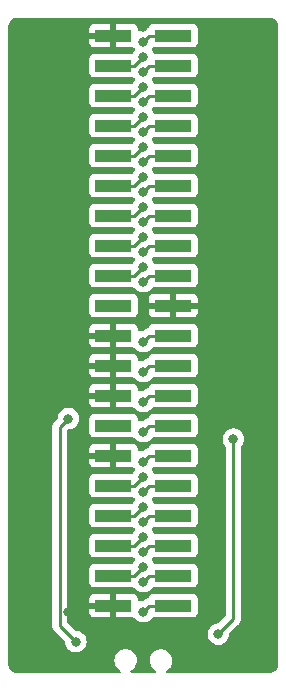
<source format=gbr>
%TF.GenerationSoftware,KiCad,Pcbnew,(6.0.4-0)*%
%TF.CreationDate,2022-06-07T12:02:57-06:00*%
%TF.ProjectId,ide_cable_select_switch,6964655f-6361-4626-9c65-5f73656c6563,rev?*%
%TF.SameCoordinates,Original*%
%TF.FileFunction,Copper,L2,Bot*%
%TF.FilePolarity,Positive*%
%FSLAX46Y46*%
G04 Gerber Fmt 4.6, Leading zero omitted, Abs format (unit mm)*
G04 Created by KiCad (PCBNEW (6.0.4-0)) date 2022-06-07 12:02:57*
%MOMM*%
%LPD*%
G01*
G04 APERTURE LIST*
%TA.AperFunction,SMDPad,CuDef*%
%ADD10R,3.150000X1.000000*%
%TD*%
%TA.AperFunction,ViaPad*%
%ADD11C,0.800000*%
%TD*%
%TA.AperFunction,Conductor*%
%ADD12C,0.250000*%
%TD*%
G04 APERTURE END LIST*
D10*
%TO.P,J1,1,Pin_1*%
%TO.N,RESET*%
X157465000Y-60452000D03*
%TO.P,J1,2,Pin_2*%
%TO.N,GND*%
X152415000Y-60452000D03*
%TO.P,J1,3,Pin_3*%
%TO.N,DB7*%
X157465000Y-62992000D03*
%TO.P,J1,4,Pin_4*%
%TO.N,DB8*%
X152415000Y-62992000D03*
%TO.P,J1,5,Pin_5*%
%TO.N,DB6*%
X157465000Y-65532000D03*
%TO.P,J1,6,Pin_6*%
%TO.N,DB9*%
X152415000Y-65532000D03*
%TO.P,J1,7,Pin_7*%
%TO.N,DB5*%
X157465000Y-68072000D03*
%TO.P,J1,8,Pin_8*%
%TO.N,DB10*%
X152415000Y-68072000D03*
%TO.P,J1,9,Pin_9*%
%TO.N,DB4*%
X157465000Y-70612000D03*
%TO.P,J1,10,Pin_10*%
%TO.N,DB11*%
X152415000Y-70612000D03*
%TO.P,J1,11,Pin_11*%
%TO.N,DB3*%
X157465000Y-73152000D03*
%TO.P,J1,12,Pin_12*%
%TO.N,DB12*%
X152415000Y-73152000D03*
%TO.P,J1,13,Pin_13*%
%TO.N,DB2*%
X157465000Y-75692000D03*
%TO.P,J1,14,Pin_14*%
%TO.N,DB13*%
X152415000Y-75692000D03*
%TO.P,J1,15,Pin_15*%
%TO.N,DB1*%
X157465000Y-78232000D03*
%TO.P,J1,16,Pin_16*%
%TO.N,DB14*%
X152415000Y-78232000D03*
%TO.P,J1,17,Pin_17*%
%TO.N,DB0*%
X157465000Y-80772000D03*
%TO.P,J1,18,Pin_18*%
%TO.N,DB15*%
X152415000Y-80772000D03*
%TO.P,J1,19,Pin_19*%
%TO.N,GND*%
X157465000Y-83312000D03*
%TO.P,J1,20,Pin_20*%
%TO.N,unconnected-(J1-Pad20)*%
X152415000Y-83312000D03*
%TO.P,J1,21,Pin_21*%
%TO.N,DRQ3*%
X157465000Y-85852000D03*
%TO.P,J1,22,Pin_22*%
%TO.N,GND*%
X152415000Y-85852000D03*
%TO.P,J1,23,Pin_23*%
%TO.N,IOW*%
X157465000Y-88392000D03*
%TO.P,J1,24,Pin_24*%
%TO.N,GND*%
X152415000Y-88392000D03*
%TO.P,J1,25,Pin_25*%
%TO.N,IOR*%
X157465000Y-90932000D03*
%TO.P,J1,26,Pin_26*%
%TO.N,GND*%
X152415000Y-90932000D03*
%TO.P,J1,27,Pin_27*%
%TO.N,IO_CH_RDY*%
X157465000Y-93472000D03*
%TO.P,J1,28,Pin_28*%
%TO.N,CSEL_IN*%
X152415000Y-93472000D03*
%TO.P,J1,29,Pin_29*%
%TO.N,DACK3*%
X157465000Y-96012000D03*
%TO.P,J1,30,Pin_30*%
%TO.N,GND*%
X152415000Y-96012000D03*
%TO.P,J1,31,Pin_31*%
%TO.N,IRQ14*%
X157465000Y-98552000D03*
%TO.P,J1,32,Pin_32*%
%TO.N,RESERVED*%
X152415000Y-98552000D03*
%TO.P,J1,33,Pin_33*%
%TO.N,ADDRESS_BIT_1*%
X157465000Y-101092000D03*
%TO.P,J1,34,Pin_34*%
%TO.N,PDIAG*%
X152415000Y-101092000D03*
%TO.P,J1,35,Pin_35*%
%TO.N,ADDRESS_BIT_0*%
X157465000Y-103632000D03*
%TO.P,J1,36,Pin_36*%
%TO.N,ADDRESS_BIT_2*%
X152415000Y-103632000D03*
%TO.P,J1,37,Pin_37*%
%TO.N,CS1FX*%
X157465000Y-106172000D03*
%TO.P,J1,38,Pin_38*%
%TO.N,CS3FX*%
X152415000Y-106172000D03*
%TO.P,J1,39,Pin_39*%
%TO.N,DA_SP*%
X157465000Y-108712000D03*
%TO.P,J1,40,Pin_40*%
%TO.N,GND*%
X152415000Y-108712000D03*
%TD*%
D11*
%TO.N,GND*%
X161290000Y-109220000D03*
%TO.N,CSEL_OUT_A*%
X149225000Y-111760000D03*
%TO.N,CSEL_OUT_B*%
X161290000Y-111125000D03*
%TO.N,RESET*%
X154940000Y-60960000D03*
%TO.N,GND*%
X148590000Y-109220000D03*
X162560000Y-84455000D03*
X148590000Y-84455000D03*
X154940000Y-59690000D03*
%TO.N,DB7*%
X154940000Y-63500000D03*
%TO.N,DB8*%
X154940000Y-62230000D03*
%TO.N,DB6*%
X154940000Y-66040000D03*
%TO.N,DB9*%
X154940000Y-64770000D03*
%TO.N,DB5*%
X154940000Y-68580000D03*
%TO.N,DB10*%
X154940000Y-67310000D03*
%TO.N,DB4*%
X154940000Y-71120000D03*
%TO.N,DB11*%
X154940000Y-69850000D03*
%TO.N,DB3*%
X154940000Y-73660000D03*
%TO.N,DB12*%
X154940000Y-72390000D03*
%TO.N,DB2*%
X154940000Y-76200000D03*
%TO.N,DB13*%
X154940000Y-74930000D03*
%TO.N,DB1*%
X154940000Y-78740000D03*
%TO.N,DB14*%
X154940000Y-77470000D03*
%TO.N,DB0*%
X154940000Y-81280000D03*
%TO.N,DB15*%
X154940000Y-80010000D03*
%TO.N,DRQ3*%
X154940000Y-86360000D03*
%TO.N,IOW*%
X154940000Y-88900000D03*
%TO.N,IOR*%
X154940000Y-91440000D03*
%TO.N,IO_CH_RDY*%
X154940000Y-93980000D03*
%TO.N,DACK3*%
X154940000Y-96520000D03*
%TO.N,IRQ14*%
X154940000Y-99060000D03*
%TO.N,RESERVED*%
X154940000Y-97790000D03*
%TO.N,ADDRESS_BIT_1*%
X154940000Y-101600000D03*
%TO.N,PDIAG*%
X154940000Y-100330000D03*
%TO.N,ADDRESS_BIT_0*%
X154940000Y-104140000D03*
%TO.N,ADDRESS_BIT_2*%
X154940000Y-102870000D03*
%TO.N,CS1FX*%
X154940000Y-106680000D03*
%TO.N,CS3FX*%
X154940000Y-105410000D03*
%TO.N,DA_SP*%
X154940000Y-109220000D03*
%TO.N,CSEL_OUT_A*%
X148590000Y-92880498D03*
%TO.N,CSEL_OUT_B*%
X162560000Y-94615000D03*
%TD*%
D12*
%TO.N,CSEL_OUT_B*%
X161290000Y-111125000D02*
X162560000Y-109855000D01*
X162560000Y-109855000D02*
X162560000Y-94615000D01*
%TO.N,CSEL_OUT_A*%
X147865489Y-110400489D02*
X149225000Y-111760000D01*
X147865489Y-93605009D02*
X147865489Y-110400489D01*
X148590000Y-92880498D02*
X147865489Y-93605009D01*
%TO.N,RESERVED*%
X154178000Y-98552000D02*
X154940000Y-97790000D01*
X152415000Y-98552000D02*
X154178000Y-98552000D01*
%TO.N,PDIAG*%
X154178000Y-101092000D02*
X154940000Y-100330000D01*
X152415000Y-101092000D02*
X154178000Y-101092000D01*
%TO.N,ADDRESS_BIT_2*%
X152415000Y-103632000D02*
X154178000Y-103632000D01*
X154178000Y-103632000D02*
X154940000Y-102870000D01*
%TO.N,CS3FX*%
X154178000Y-106172000D02*
X154940000Y-105410000D01*
X152415000Y-106172000D02*
X154178000Y-106172000D01*
%TO.N,RESET*%
X157465000Y-60452000D02*
X155448000Y-60452000D01*
X155448000Y-60452000D02*
X154940000Y-60960000D01*
%TO.N,DB7*%
X157465000Y-62992000D02*
X155448000Y-62992000D01*
X155448000Y-62992000D02*
X154940000Y-63500000D01*
%TO.N,DB8*%
X154178000Y-62992000D02*
X154940000Y-62230000D01*
X152415000Y-62992000D02*
X154178000Y-62992000D01*
%TO.N,DB6*%
X157465000Y-65532000D02*
X155448000Y-65532000D01*
X155448000Y-65532000D02*
X154940000Y-66040000D01*
%TO.N,DB9*%
X152415000Y-65532000D02*
X154178000Y-65532000D01*
X154178000Y-65532000D02*
X154940000Y-64770000D01*
%TO.N,DB5*%
X157465000Y-68072000D02*
X155448000Y-68072000D01*
X155448000Y-68072000D02*
X154940000Y-68580000D01*
%TO.N,DB10*%
X154178000Y-68072000D02*
X154940000Y-67310000D01*
X152415000Y-68072000D02*
X154178000Y-68072000D01*
%TO.N,DB4*%
X157465000Y-70612000D02*
X155448000Y-70612000D01*
X155448000Y-70612000D02*
X154940000Y-71120000D01*
%TO.N,DB11*%
X152415000Y-70612000D02*
X154178000Y-70612000D01*
X154178000Y-70612000D02*
X154940000Y-69850000D01*
%TO.N,DB3*%
X157465000Y-73152000D02*
X155448000Y-73152000D01*
X155448000Y-73152000D02*
X154940000Y-73660000D01*
%TO.N,DB12*%
X154178000Y-73152000D02*
X154940000Y-72390000D01*
X152415000Y-73152000D02*
X154178000Y-73152000D01*
%TO.N,DB2*%
X157465000Y-75692000D02*
X155448000Y-75692000D01*
X155448000Y-75692000D02*
X154940000Y-76200000D01*
%TO.N,DB13*%
X154178000Y-75692000D02*
X154940000Y-74930000D01*
X152415000Y-75692000D02*
X154178000Y-75692000D01*
%TO.N,DB1*%
X157465000Y-78232000D02*
X155448000Y-78232000D01*
X155448000Y-78232000D02*
X154940000Y-78740000D01*
%TO.N,DB14*%
X152415000Y-78232000D02*
X154178000Y-78232000D01*
X154178000Y-78232000D02*
X154940000Y-77470000D01*
%TO.N,DB0*%
X157465000Y-80772000D02*
X155448000Y-80772000D01*
X155448000Y-80772000D02*
X154940000Y-81280000D01*
%TO.N,DB15*%
X152415000Y-80772000D02*
X154178000Y-80772000D01*
X154178000Y-80772000D02*
X154940000Y-80010000D01*
%TO.N,DRQ3*%
X155448000Y-85852000D02*
X154940000Y-86360000D01*
X157465000Y-85852000D02*
X155448000Y-85852000D01*
%TO.N,IOW*%
X157465000Y-88392000D02*
X155448000Y-88392000D01*
X155448000Y-88392000D02*
X154940000Y-88900000D01*
%TO.N,IOR*%
X157465000Y-90932000D02*
X155448000Y-90932000D01*
X155448000Y-90932000D02*
X154940000Y-91440000D01*
%TO.N,IO_CH_RDY*%
X155448000Y-93472000D02*
X154940000Y-93980000D01*
X157465000Y-93472000D02*
X155448000Y-93472000D01*
%TO.N,DACK3*%
X157465000Y-96012000D02*
X155448000Y-96012000D01*
X155448000Y-96012000D02*
X154940000Y-96520000D01*
%TO.N,IRQ14*%
X155448000Y-98552000D02*
X154940000Y-99060000D01*
X157465000Y-98552000D02*
X155448000Y-98552000D01*
%TO.N,ADDRESS_BIT_1*%
X155448000Y-101092000D02*
X154940000Y-101600000D01*
X157465000Y-101092000D02*
X155448000Y-101092000D01*
%TO.N,ADDRESS_BIT_0*%
X157465000Y-103632000D02*
X155448000Y-103632000D01*
X155448000Y-103632000D02*
X154940000Y-104140000D01*
%TO.N,CS1FX*%
X155448000Y-106172000D02*
X154940000Y-106680000D01*
X157465000Y-106172000D02*
X155448000Y-106172000D01*
%TO.N,DA_SP*%
X157465000Y-108712000D02*
X155448000Y-108712000D01*
X155448000Y-108712000D02*
X154940000Y-109220000D01*
%TD*%
%TA.AperFunction,Conductor*%
%TO.N,GND*%
G36*
X165578018Y-58930000D02*
G01*
X165592852Y-58932310D01*
X165592855Y-58932310D01*
X165601724Y-58933691D01*
X165611659Y-58932392D01*
X165612746Y-58932250D01*
X165641431Y-58931793D01*
X165714741Y-58939013D01*
X165744212Y-58941916D01*
X165768432Y-58946733D01*
X165887546Y-58982866D01*
X165910355Y-58992315D01*
X166020124Y-59050987D01*
X166040655Y-59064705D01*
X166136876Y-59143671D01*
X166154329Y-59161124D01*
X166233295Y-59257345D01*
X166247013Y-59277876D01*
X166305685Y-59387645D01*
X166315134Y-59410454D01*
X166351267Y-59529568D01*
X166356084Y-59553789D01*
X166365541Y-59649809D01*
X166365091Y-59665868D01*
X166365800Y-59665877D01*
X166365690Y-59674853D01*
X166364309Y-59683724D01*
X166365473Y-59692626D01*
X166365473Y-59692628D01*
X166368436Y-59715283D01*
X166369500Y-59731621D01*
X166369499Y-113615632D01*
X166367999Y-113635017D01*
X166367268Y-113639716D01*
X166364308Y-113658723D01*
X166365472Y-113667625D01*
X166365749Y-113669745D01*
X166366206Y-113698430D01*
X166365541Y-113705183D01*
X166356083Y-113801212D01*
X166351264Y-113825438D01*
X166315136Y-113944536D01*
X166305685Y-113967355D01*
X166275189Y-114024409D01*
X166247012Y-114077124D01*
X166233294Y-114097654D01*
X166154328Y-114193875D01*
X166136875Y-114211328D01*
X166040654Y-114290294D01*
X166020127Y-114304010D01*
X165928771Y-114352841D01*
X165910356Y-114362684D01*
X165887546Y-114372133D01*
X165768432Y-114408266D01*
X165744211Y-114413083D01*
X165648190Y-114422540D01*
X165632131Y-114422090D01*
X165632122Y-114422799D01*
X165623146Y-114422689D01*
X165614275Y-114421308D01*
X165605373Y-114422472D01*
X165605371Y-114422472D01*
X165592855Y-114424109D01*
X165582713Y-114425435D01*
X165566378Y-114426499D01*
X156980279Y-114426499D01*
X156912158Y-114406497D01*
X156865665Y-114352841D01*
X156855561Y-114282567D01*
X156885055Y-114217987D01*
X156919192Y-114190297D01*
X156984271Y-114154223D01*
X156984274Y-114154221D01*
X156989850Y-114151130D01*
X156994691Y-114146981D01*
X156994695Y-114146978D01*
X157132855Y-114028560D01*
X157137698Y-114024409D01*
X157181952Y-113967358D01*
X157253131Y-113875594D01*
X157257046Y-113870547D01*
X157279243Y-113825438D01*
X157340200Y-113701556D01*
X157343018Y-113695829D01*
X157347779Y-113677551D01*
X157390492Y-113513575D01*
X157390492Y-113513572D01*
X157392102Y-113507393D01*
X157402293Y-113312936D01*
X157373175Y-113120401D01*
X157370972Y-113114415D01*
X157370971Y-113114409D01*
X157308140Y-112943640D01*
X157308138Y-112943635D01*
X157305937Y-112937654D01*
X157203326Y-112772160D01*
X157069534Y-112630678D01*
X156910025Y-112518989D01*
X156862013Y-112498212D01*
X156737175Y-112444190D01*
X156737171Y-112444189D01*
X156731316Y-112441655D01*
X156725069Y-112440350D01*
X156725066Y-112440349D01*
X156545443Y-112402824D01*
X156545438Y-112402823D01*
X156540707Y-112401835D01*
X156534315Y-112401500D01*
X156391337Y-112401500D01*
X156322049Y-112408538D01*
X156252622Y-112415590D01*
X156252621Y-112415590D01*
X156246273Y-112416235D01*
X156189939Y-112433889D01*
X156066549Y-112472556D01*
X156066544Y-112472558D01*
X156060459Y-112474465D01*
X155984713Y-112516452D01*
X155895729Y-112565777D01*
X155895726Y-112565779D01*
X155890150Y-112568870D01*
X155885309Y-112573019D01*
X155885305Y-112573022D01*
X155747145Y-112691440D01*
X155742302Y-112695591D01*
X155622954Y-112849453D01*
X155620138Y-112855176D01*
X155620136Y-112855179D01*
X155576608Y-112943640D01*
X155536982Y-113024171D01*
X155535373Y-113030349D01*
X155535372Y-113030351D01*
X155513477Y-113114409D01*
X155487898Y-113212607D01*
X155477707Y-113407064D01*
X155506825Y-113599599D01*
X155509028Y-113605585D01*
X155509029Y-113605591D01*
X155571860Y-113776360D01*
X155571862Y-113776365D01*
X155574063Y-113782346D01*
X155600781Y-113825438D01*
X155658639Y-113918752D01*
X155676674Y-113947840D01*
X155810466Y-114089322D01*
X155815696Y-114092984D01*
X155815697Y-114092985D01*
X155964655Y-114197286D01*
X156008984Y-114252743D01*
X156016293Y-114323362D01*
X155984263Y-114386723D01*
X155923061Y-114422708D01*
X155892385Y-114426499D01*
X153980279Y-114426499D01*
X153912158Y-114406497D01*
X153865665Y-114352841D01*
X153855561Y-114282567D01*
X153885055Y-114217987D01*
X153919192Y-114190297D01*
X153984271Y-114154223D01*
X153984274Y-114154221D01*
X153989850Y-114151130D01*
X153994691Y-114146981D01*
X153994695Y-114146978D01*
X154132855Y-114028560D01*
X154137698Y-114024409D01*
X154181952Y-113967358D01*
X154253131Y-113875594D01*
X154257046Y-113870547D01*
X154279243Y-113825438D01*
X154340200Y-113701556D01*
X154343018Y-113695829D01*
X154347779Y-113677551D01*
X154390492Y-113513575D01*
X154390492Y-113513572D01*
X154392102Y-113507393D01*
X154402293Y-113312936D01*
X154373175Y-113120401D01*
X154370972Y-113114415D01*
X154370971Y-113114409D01*
X154308140Y-112943640D01*
X154308138Y-112943635D01*
X154305937Y-112937654D01*
X154203326Y-112772160D01*
X154069534Y-112630678D01*
X153910025Y-112518989D01*
X153862013Y-112498212D01*
X153737175Y-112444190D01*
X153737171Y-112444189D01*
X153731316Y-112441655D01*
X153725069Y-112440350D01*
X153725066Y-112440349D01*
X153545443Y-112402824D01*
X153545438Y-112402823D01*
X153540707Y-112401835D01*
X153534315Y-112401500D01*
X153391337Y-112401500D01*
X153322049Y-112408538D01*
X153252622Y-112415590D01*
X153252621Y-112415590D01*
X153246273Y-112416235D01*
X153189939Y-112433889D01*
X153066549Y-112472556D01*
X153066544Y-112472558D01*
X153060459Y-112474465D01*
X152984713Y-112516452D01*
X152895729Y-112565777D01*
X152895726Y-112565779D01*
X152890150Y-112568870D01*
X152885309Y-112573019D01*
X152885305Y-112573022D01*
X152747145Y-112691440D01*
X152742302Y-112695591D01*
X152622954Y-112849453D01*
X152620138Y-112855176D01*
X152620136Y-112855179D01*
X152576608Y-112943640D01*
X152536982Y-113024171D01*
X152535373Y-113030349D01*
X152535372Y-113030351D01*
X152513477Y-113114409D01*
X152487898Y-113212607D01*
X152477707Y-113407064D01*
X152506825Y-113599599D01*
X152509028Y-113605585D01*
X152509029Y-113605591D01*
X152571860Y-113776360D01*
X152571862Y-113776365D01*
X152574063Y-113782346D01*
X152600781Y-113825438D01*
X152658639Y-113918752D01*
X152676674Y-113947840D01*
X152810466Y-114089322D01*
X152815696Y-114092984D01*
X152815697Y-114092985D01*
X152964655Y-114197286D01*
X153008984Y-114252743D01*
X153016293Y-114323362D01*
X152984263Y-114386723D01*
X152923061Y-114422708D01*
X152892385Y-114426499D01*
X144321367Y-114426499D01*
X144301982Y-114424999D01*
X144287148Y-114422689D01*
X144287145Y-114422689D01*
X144278276Y-114421308D01*
X144268341Y-114422607D01*
X144267254Y-114422749D01*
X144238569Y-114423206D01*
X144165259Y-114415986D01*
X144135788Y-114413083D01*
X144111568Y-114408266D01*
X143992454Y-114372133D01*
X143969644Y-114362684D01*
X143951229Y-114352841D01*
X143859873Y-114304010D01*
X143839346Y-114290294D01*
X143743125Y-114211328D01*
X143725672Y-114193875D01*
X143646707Y-114097656D01*
X143632990Y-114077127D01*
X143604811Y-114024409D01*
X143574315Y-113967355D01*
X143564865Y-113944542D01*
X143528732Y-113825427D01*
X143523916Y-113801208D01*
X143522593Y-113787768D01*
X143514459Y-113705181D01*
X143514912Y-113689129D01*
X143514200Y-113689120D01*
X143514310Y-113680147D01*
X143515691Y-113671275D01*
X143512890Y-113649851D01*
X143511564Y-113639716D01*
X143510500Y-113623378D01*
X143510500Y-93584952D01*
X147227269Y-93584952D01*
X147228015Y-93592844D01*
X147231430Y-93628970D01*
X147231989Y-93640828D01*
X147231989Y-110321722D01*
X147231462Y-110332905D01*
X147229787Y-110340398D01*
X147230036Y-110348324D01*
X147230036Y-110348325D01*
X147231927Y-110408475D01*
X147231989Y-110412434D01*
X147231989Y-110440345D01*
X147232486Y-110444279D01*
X147232486Y-110444280D01*
X147232494Y-110444345D01*
X147233427Y-110456182D01*
X147234816Y-110500378D01*
X147240467Y-110519828D01*
X147244476Y-110539189D01*
X147247015Y-110559286D01*
X147249934Y-110566657D01*
X147249934Y-110566659D01*
X147263293Y-110600401D01*
X147267138Y-110611631D01*
X147279471Y-110654082D01*
X147283504Y-110660901D01*
X147283506Y-110660906D01*
X147289782Y-110671517D01*
X147298477Y-110689265D01*
X147305937Y-110708106D01*
X147310599Y-110714522D01*
X147310599Y-110714523D01*
X147331925Y-110743876D01*
X147338441Y-110753796D01*
X147360947Y-110791851D01*
X147375268Y-110806172D01*
X147388108Y-110821205D01*
X147400017Y-110837596D01*
X147434094Y-110865787D01*
X147442873Y-110873777D01*
X148277878Y-111708782D01*
X148311904Y-111771094D01*
X148314092Y-111784703D01*
X148316515Y-111807749D01*
X148327497Y-111912237D01*
X148331458Y-111949928D01*
X148390473Y-112131556D01*
X148485960Y-112296944D01*
X148490378Y-112301851D01*
X148490379Y-112301852D01*
X148580179Y-112401585D01*
X148613747Y-112438866D01*
X148621075Y-112444190D01*
X148720535Y-112516452D01*
X148768248Y-112551118D01*
X148774276Y-112553802D01*
X148774278Y-112553803D01*
X148817445Y-112573022D01*
X148942712Y-112628794D01*
X149036112Y-112648647D01*
X149123056Y-112667128D01*
X149123061Y-112667128D01*
X149129513Y-112668500D01*
X149320487Y-112668500D01*
X149326939Y-112667128D01*
X149326944Y-112667128D01*
X149413888Y-112648647D01*
X149507288Y-112628794D01*
X149632555Y-112573022D01*
X149675722Y-112553803D01*
X149675724Y-112553802D01*
X149681752Y-112551118D01*
X149729466Y-112516452D01*
X149828925Y-112444190D01*
X149836253Y-112438866D01*
X149869821Y-112401585D01*
X149959621Y-112301852D01*
X149959622Y-112301851D01*
X149964040Y-112296944D01*
X150059527Y-112131556D01*
X150118542Y-111949928D01*
X150121814Y-111918803D01*
X150137814Y-111766565D01*
X150138504Y-111760000D01*
X150118542Y-111570072D01*
X150059527Y-111388444D01*
X149964040Y-111223056D01*
X149875750Y-111125000D01*
X160376496Y-111125000D01*
X160396458Y-111314928D01*
X160455473Y-111496556D01*
X160550960Y-111661944D01*
X160678747Y-111803866D01*
X160833248Y-111916118D01*
X160839276Y-111918802D01*
X160839278Y-111918803D01*
X161001681Y-111991109D01*
X161007712Y-111993794D01*
X161101112Y-112013647D01*
X161188056Y-112032128D01*
X161188061Y-112032128D01*
X161194513Y-112033500D01*
X161385487Y-112033500D01*
X161391939Y-112032128D01*
X161391944Y-112032128D01*
X161478888Y-112013647D01*
X161572288Y-111993794D01*
X161578319Y-111991109D01*
X161740722Y-111918803D01*
X161740724Y-111918802D01*
X161746752Y-111916118D01*
X161901253Y-111803866D01*
X162029040Y-111661944D01*
X162124527Y-111496556D01*
X162183542Y-111314928D01*
X162200907Y-111149706D01*
X162227920Y-111084050D01*
X162237122Y-111073782D01*
X162952247Y-110358657D01*
X162960537Y-110351113D01*
X162967018Y-110347000D01*
X163013659Y-110297332D01*
X163016413Y-110294491D01*
X163036134Y-110274770D01*
X163038612Y-110271575D01*
X163046318Y-110262553D01*
X163071158Y-110236101D01*
X163076586Y-110230321D01*
X163086346Y-110212568D01*
X163097199Y-110196045D01*
X163104753Y-110186306D01*
X163109613Y-110180041D01*
X163127176Y-110139457D01*
X163132383Y-110128827D01*
X163153695Y-110090060D01*
X163155666Y-110082383D01*
X163155668Y-110082378D01*
X163158732Y-110070442D01*
X163165138Y-110051730D01*
X163170033Y-110040419D01*
X163173181Y-110033145D01*
X163174421Y-110025317D01*
X163174423Y-110025310D01*
X163180099Y-109989476D01*
X163182505Y-109977856D01*
X163191528Y-109942711D01*
X163191528Y-109942710D01*
X163193500Y-109935030D01*
X163193500Y-109914776D01*
X163195051Y-109895065D01*
X163196980Y-109882886D01*
X163198220Y-109875057D01*
X163194059Y-109831038D01*
X163193500Y-109819181D01*
X163193500Y-95317524D01*
X163213502Y-95249403D01*
X163225858Y-95233221D01*
X163299040Y-95151944D01*
X163383490Y-95005672D01*
X163391223Y-94992279D01*
X163391224Y-94992278D01*
X163394527Y-94986556D01*
X163453542Y-94804928D01*
X163456814Y-94773803D01*
X163472814Y-94621565D01*
X163473504Y-94615000D01*
X163453542Y-94425072D01*
X163394527Y-94243444D01*
X163299040Y-94078056D01*
X163171253Y-93936134D01*
X163016752Y-93823882D01*
X163010724Y-93821198D01*
X163010722Y-93821197D01*
X162848319Y-93748891D01*
X162848318Y-93748891D01*
X162842288Y-93746206D01*
X162748888Y-93726353D01*
X162661944Y-93707872D01*
X162661939Y-93707872D01*
X162655487Y-93706500D01*
X162464513Y-93706500D01*
X162458061Y-93707872D01*
X162458056Y-93707872D01*
X162371113Y-93726353D01*
X162277712Y-93746206D01*
X162271682Y-93748891D01*
X162271681Y-93748891D01*
X162109278Y-93821197D01*
X162109276Y-93821198D01*
X162103248Y-93823882D01*
X161948747Y-93936134D01*
X161820960Y-94078056D01*
X161725473Y-94243444D01*
X161666458Y-94425072D01*
X161646496Y-94615000D01*
X161647186Y-94621565D01*
X161663187Y-94773803D01*
X161666458Y-94804928D01*
X161725473Y-94986556D01*
X161728776Y-94992278D01*
X161728777Y-94992279D01*
X161736510Y-95005672D01*
X161820960Y-95151944D01*
X161894137Y-95233215D01*
X161924853Y-95297221D01*
X161926500Y-95317524D01*
X161926500Y-109540405D01*
X161906498Y-109608526D01*
X161889595Y-109629500D01*
X161339500Y-110179595D01*
X161277188Y-110213621D01*
X161250405Y-110216500D01*
X161194513Y-110216500D01*
X161188061Y-110217872D01*
X161188056Y-110217872D01*
X161102298Y-110236101D01*
X161007712Y-110256206D01*
X161001682Y-110258891D01*
X161001681Y-110258891D01*
X160839278Y-110331197D01*
X160839276Y-110331198D01*
X160833248Y-110333882D01*
X160827907Y-110337762D01*
X160827906Y-110337763D01*
X160813369Y-110348325D01*
X160678747Y-110446134D01*
X160674326Y-110451044D01*
X160674325Y-110451045D01*
X160576865Y-110559286D01*
X160550960Y-110588056D01*
X160455473Y-110753444D01*
X160396458Y-110935072D01*
X160395768Y-110941633D01*
X160395768Y-110941635D01*
X160381879Y-111073782D01*
X160376496Y-111125000D01*
X149875750Y-111125000D01*
X149836253Y-111081134D01*
X149681752Y-110968882D01*
X149675724Y-110966198D01*
X149675722Y-110966197D01*
X149513319Y-110893891D01*
X149513318Y-110893891D01*
X149507288Y-110891206D01*
X149413887Y-110871353D01*
X149326944Y-110852872D01*
X149326939Y-110852872D01*
X149320487Y-110851500D01*
X149264595Y-110851500D01*
X149196474Y-110831498D01*
X149175499Y-110814595D01*
X148535893Y-110174988D01*
X148501868Y-110112676D01*
X148498989Y-110085893D01*
X148498989Y-109256669D01*
X150332001Y-109256669D01*
X150332371Y-109263490D01*
X150337895Y-109314352D01*
X150341521Y-109329604D01*
X150386676Y-109450054D01*
X150395214Y-109465649D01*
X150471715Y-109567724D01*
X150484276Y-109580285D01*
X150586351Y-109656786D01*
X150601946Y-109665324D01*
X150722394Y-109710478D01*
X150737649Y-109714105D01*
X150788514Y-109719631D01*
X150795328Y-109720000D01*
X152142885Y-109720000D01*
X152158124Y-109715525D01*
X152159329Y-109714135D01*
X152161000Y-109706452D01*
X152161000Y-109701884D01*
X152669000Y-109701884D01*
X152673475Y-109717123D01*
X152674865Y-109718328D01*
X152682548Y-109719999D01*
X154034669Y-109719999D01*
X154041488Y-109719630D01*
X154092348Y-109714105D01*
X154162230Y-109726634D01*
X154199532Y-109758230D01*
X154200960Y-109756944D01*
X154314359Y-109882886D01*
X154328747Y-109898866D01*
X154483248Y-110011118D01*
X154489276Y-110013802D01*
X154489278Y-110013803D01*
X154643301Y-110082378D01*
X154657712Y-110088794D01*
X154751113Y-110108647D01*
X154838056Y-110127128D01*
X154838061Y-110127128D01*
X154844513Y-110128500D01*
X155035487Y-110128500D01*
X155041939Y-110127128D01*
X155041944Y-110127128D01*
X155128887Y-110108647D01*
X155222288Y-110088794D01*
X155236699Y-110082378D01*
X155390722Y-110013803D01*
X155390724Y-110013802D01*
X155396752Y-110011118D01*
X155551253Y-109898866D01*
X155565642Y-109882886D01*
X155679040Y-109756944D01*
X155680966Y-109758678D01*
X155728019Y-109722412D01*
X155787313Y-109714574D01*
X155838467Y-109720131D01*
X155838471Y-109720131D01*
X155841866Y-109720500D01*
X159088134Y-109720500D01*
X159150316Y-109713745D01*
X159286705Y-109662615D01*
X159403261Y-109575261D01*
X159490615Y-109458705D01*
X159541745Y-109322316D01*
X159548500Y-109260134D01*
X159548500Y-108163866D01*
X159541745Y-108101684D01*
X159490615Y-107965295D01*
X159403261Y-107848739D01*
X159286705Y-107761385D01*
X159150316Y-107710255D01*
X159088134Y-107703500D01*
X155841866Y-107703500D01*
X155779684Y-107710255D01*
X155643295Y-107761385D01*
X155526739Y-107848739D01*
X155521358Y-107855919D01*
X155444767Y-107958113D01*
X155444765Y-107958116D01*
X155439385Y-107965295D01*
X155436234Y-107973699D01*
X155436234Y-107973700D01*
X155423899Y-108006604D01*
X155381258Y-108063369D01*
X155341064Y-108083374D01*
X155332327Y-108085912D01*
X155328654Y-108086979D01*
X155309306Y-108090986D01*
X155297068Y-108092532D01*
X155297066Y-108092533D01*
X155289203Y-108093526D01*
X155248086Y-108109806D01*
X155236885Y-108113641D01*
X155194406Y-108125982D01*
X155187587Y-108130015D01*
X155187582Y-108130017D01*
X155176971Y-108136293D01*
X155159221Y-108144990D01*
X155140383Y-108152448D01*
X155133967Y-108157109D01*
X155133966Y-108157110D01*
X155104625Y-108178428D01*
X155094701Y-108184947D01*
X155063460Y-108203422D01*
X155063455Y-108203426D01*
X155056637Y-108207458D01*
X155042313Y-108221782D01*
X155027281Y-108234621D01*
X155010893Y-108246528D01*
X155005842Y-108252634D01*
X154994936Y-108265817D01*
X154936102Y-108305554D01*
X154897852Y-108311500D01*
X154844513Y-108311500D01*
X154838061Y-108312872D01*
X154838056Y-108312872D01*
X154664171Y-108349833D01*
X154657712Y-108351206D01*
X154657538Y-108350389D01*
X154591966Y-108352261D01*
X154531169Y-108315598D01*
X154499844Y-108251885D01*
X154497999Y-108230401D01*
X154497999Y-108167331D01*
X154497629Y-108160510D01*
X154492105Y-108109648D01*
X154488479Y-108094396D01*
X154443324Y-107973946D01*
X154434786Y-107958351D01*
X154358285Y-107856276D01*
X154345724Y-107843715D01*
X154243649Y-107767214D01*
X154228054Y-107758676D01*
X154107606Y-107713522D01*
X154092351Y-107709895D01*
X154041486Y-107704369D01*
X154034672Y-107704000D01*
X152687115Y-107704000D01*
X152671876Y-107708475D01*
X152670671Y-107709865D01*
X152669000Y-107717548D01*
X152669000Y-109701884D01*
X152161000Y-109701884D01*
X152161000Y-108984115D01*
X152156525Y-108968876D01*
X152155135Y-108967671D01*
X152147452Y-108966000D01*
X150350116Y-108966000D01*
X150334877Y-108970475D01*
X150333672Y-108971865D01*
X150332001Y-108979548D01*
X150332001Y-109256669D01*
X148498989Y-109256669D01*
X148498989Y-108439885D01*
X150332000Y-108439885D01*
X150336475Y-108455124D01*
X150337865Y-108456329D01*
X150345548Y-108458000D01*
X152142885Y-108458000D01*
X152158124Y-108453525D01*
X152159329Y-108452135D01*
X152161000Y-108444452D01*
X152161000Y-107722116D01*
X152156525Y-107706877D01*
X152155135Y-107705672D01*
X152147452Y-107704001D01*
X150795331Y-107704001D01*
X150788510Y-107704371D01*
X150737648Y-107709895D01*
X150722396Y-107713521D01*
X150601946Y-107758676D01*
X150586351Y-107767214D01*
X150484276Y-107843715D01*
X150471715Y-107856276D01*
X150395214Y-107958351D01*
X150386676Y-107973946D01*
X150341522Y-108094394D01*
X150337895Y-108109649D01*
X150332369Y-108160514D01*
X150332000Y-108167328D01*
X150332000Y-108439885D01*
X148498989Y-108439885D01*
X148498989Y-106720134D01*
X150331500Y-106720134D01*
X150338255Y-106782316D01*
X150389385Y-106918705D01*
X150476739Y-107035261D01*
X150593295Y-107122615D01*
X150729684Y-107173745D01*
X150791866Y-107180500D01*
X154038134Y-107180500D01*
X154041529Y-107180131D01*
X154041533Y-107180131D01*
X154092687Y-107174574D01*
X154162569Y-107187102D01*
X154199433Y-107218319D01*
X154200960Y-107216944D01*
X154328747Y-107358866D01*
X154483248Y-107471118D01*
X154489276Y-107473802D01*
X154489278Y-107473803D01*
X154651681Y-107546109D01*
X154657712Y-107548794D01*
X154751113Y-107568647D01*
X154838056Y-107587128D01*
X154838061Y-107587128D01*
X154844513Y-107588500D01*
X155035487Y-107588500D01*
X155041939Y-107587128D01*
X155041944Y-107587128D01*
X155128888Y-107568647D01*
X155222288Y-107548794D01*
X155228319Y-107546109D01*
X155390722Y-107473803D01*
X155390724Y-107473802D01*
X155396752Y-107471118D01*
X155551253Y-107358866D01*
X155679040Y-107216944D01*
X155680966Y-107218678D01*
X155728019Y-107182412D01*
X155787313Y-107174574D01*
X155838467Y-107180131D01*
X155838471Y-107180131D01*
X155841866Y-107180500D01*
X159088134Y-107180500D01*
X159150316Y-107173745D01*
X159286705Y-107122615D01*
X159403261Y-107035261D01*
X159490615Y-106918705D01*
X159541745Y-106782316D01*
X159548500Y-106720134D01*
X159548500Y-105623866D01*
X159541745Y-105561684D01*
X159490615Y-105425295D01*
X159403261Y-105308739D01*
X159286705Y-105221385D01*
X159150316Y-105170255D01*
X159088134Y-105163500D01*
X155906704Y-105163500D01*
X155838583Y-105143498D01*
X155792090Y-105089842D01*
X155786871Y-105076435D01*
X155776570Y-105044731D01*
X155776569Y-105044729D01*
X155774527Y-105038444D01*
X155679040Y-104873056D01*
X155666662Y-104859309D01*
X155635946Y-104795303D01*
X155644710Y-104724850D01*
X155666661Y-104690693D01*
X155679040Y-104676944D01*
X155679040Y-104676943D01*
X155680967Y-104678678D01*
X155728019Y-104642412D01*
X155787313Y-104634574D01*
X155838467Y-104640131D01*
X155838471Y-104640131D01*
X155841866Y-104640500D01*
X159088134Y-104640500D01*
X159150316Y-104633745D01*
X159286705Y-104582615D01*
X159403261Y-104495261D01*
X159490615Y-104378705D01*
X159541745Y-104242316D01*
X159548500Y-104180134D01*
X159548500Y-103083866D01*
X159541745Y-103021684D01*
X159490615Y-102885295D01*
X159403261Y-102768739D01*
X159286705Y-102681385D01*
X159150316Y-102630255D01*
X159088134Y-102623500D01*
X155906704Y-102623500D01*
X155838583Y-102603498D01*
X155792090Y-102549842D01*
X155786871Y-102536435D01*
X155776570Y-102504731D01*
X155776569Y-102504729D01*
X155774527Y-102498444D01*
X155679040Y-102333056D01*
X155666662Y-102319309D01*
X155635946Y-102255303D01*
X155644710Y-102184850D01*
X155666661Y-102150693D01*
X155679040Y-102136944D01*
X155679040Y-102136943D01*
X155680967Y-102138678D01*
X155728019Y-102102412D01*
X155787313Y-102094574D01*
X155838467Y-102100131D01*
X155838471Y-102100131D01*
X155841866Y-102100500D01*
X159088134Y-102100500D01*
X159150316Y-102093745D01*
X159286705Y-102042615D01*
X159403261Y-101955261D01*
X159490615Y-101838705D01*
X159541745Y-101702316D01*
X159548500Y-101640134D01*
X159548500Y-100543866D01*
X159541745Y-100481684D01*
X159490615Y-100345295D01*
X159403261Y-100228739D01*
X159286705Y-100141385D01*
X159150316Y-100090255D01*
X159088134Y-100083500D01*
X155906704Y-100083500D01*
X155838583Y-100063498D01*
X155792090Y-100009842D01*
X155786871Y-99996435D01*
X155776570Y-99964731D01*
X155776569Y-99964729D01*
X155774527Y-99958444D01*
X155679040Y-99793056D01*
X155666662Y-99779309D01*
X155635946Y-99715303D01*
X155644710Y-99644850D01*
X155666661Y-99610693D01*
X155679040Y-99596944D01*
X155679040Y-99596943D01*
X155680967Y-99598678D01*
X155728019Y-99562412D01*
X155787313Y-99554574D01*
X155838467Y-99560131D01*
X155838471Y-99560131D01*
X155841866Y-99560500D01*
X159088134Y-99560500D01*
X159150316Y-99553745D01*
X159286705Y-99502615D01*
X159403261Y-99415261D01*
X159490615Y-99298705D01*
X159541745Y-99162316D01*
X159548500Y-99100134D01*
X159548500Y-98003866D01*
X159541745Y-97941684D01*
X159490615Y-97805295D01*
X159403261Y-97688739D01*
X159286705Y-97601385D01*
X159150316Y-97550255D01*
X159088134Y-97543500D01*
X155906704Y-97543500D01*
X155838583Y-97523498D01*
X155792090Y-97469842D01*
X155786871Y-97456435D01*
X155776570Y-97424731D01*
X155776569Y-97424729D01*
X155774527Y-97418444D01*
X155679040Y-97253056D01*
X155666662Y-97239309D01*
X155635946Y-97175303D01*
X155644710Y-97104850D01*
X155666661Y-97070693D01*
X155679040Y-97056944D01*
X155679040Y-97056943D01*
X155680967Y-97058678D01*
X155728019Y-97022412D01*
X155787313Y-97014574D01*
X155838467Y-97020131D01*
X155838471Y-97020131D01*
X155841866Y-97020500D01*
X159088134Y-97020500D01*
X159150316Y-97013745D01*
X159286705Y-96962615D01*
X159403261Y-96875261D01*
X159490615Y-96758705D01*
X159541745Y-96622316D01*
X159548500Y-96560134D01*
X159548500Y-95463866D01*
X159541745Y-95401684D01*
X159490615Y-95265295D01*
X159403261Y-95148739D01*
X159286705Y-95061385D01*
X159150316Y-95010255D01*
X159088134Y-95003500D01*
X155841866Y-95003500D01*
X155779684Y-95010255D01*
X155643295Y-95061385D01*
X155526739Y-95148739D01*
X155521358Y-95155919D01*
X155444767Y-95258113D01*
X155444765Y-95258116D01*
X155439385Y-95265295D01*
X155436234Y-95273699D01*
X155436234Y-95273700D01*
X155423899Y-95306604D01*
X155381258Y-95363369D01*
X155341064Y-95383374D01*
X155332327Y-95385912D01*
X155328654Y-95386979D01*
X155309306Y-95390986D01*
X155297068Y-95392532D01*
X155297066Y-95392533D01*
X155289203Y-95393526D01*
X155248086Y-95409806D01*
X155236885Y-95413641D01*
X155194406Y-95425982D01*
X155187587Y-95430015D01*
X155187582Y-95430017D01*
X155176971Y-95436293D01*
X155159221Y-95444990D01*
X155140383Y-95452448D01*
X155133967Y-95457109D01*
X155133966Y-95457110D01*
X155104625Y-95478428D01*
X155094701Y-95484947D01*
X155063460Y-95503422D01*
X155063455Y-95503426D01*
X155056637Y-95507458D01*
X155042313Y-95521782D01*
X155027281Y-95534621D01*
X155010893Y-95546528D01*
X155005842Y-95552634D01*
X154994936Y-95565817D01*
X154936102Y-95605554D01*
X154897852Y-95611500D01*
X154844513Y-95611500D01*
X154838061Y-95612872D01*
X154838056Y-95612872D01*
X154664171Y-95649833D01*
X154657712Y-95651206D01*
X154657538Y-95650389D01*
X154591966Y-95652261D01*
X154531169Y-95615598D01*
X154499844Y-95551885D01*
X154497999Y-95530401D01*
X154497999Y-95467331D01*
X154497629Y-95460510D01*
X154492105Y-95409648D01*
X154488479Y-95394396D01*
X154443324Y-95273946D01*
X154434786Y-95258351D01*
X154358285Y-95156276D01*
X154345724Y-95143715D01*
X154243649Y-95067214D01*
X154228054Y-95058676D01*
X154107606Y-95013522D01*
X154092351Y-95009895D01*
X154041486Y-95004369D01*
X154034672Y-95004000D01*
X152687115Y-95004000D01*
X152671876Y-95008475D01*
X152670671Y-95009865D01*
X152669000Y-95017548D01*
X152669000Y-97001884D01*
X152673475Y-97017123D01*
X152674865Y-97018328D01*
X152682548Y-97019999D01*
X154034669Y-97019999D01*
X154041488Y-97019630D01*
X154092348Y-97014105D01*
X154162230Y-97026634D01*
X154199531Y-97058230D01*
X154200960Y-97056943D01*
X154200960Y-97056944D01*
X154213338Y-97070691D01*
X154244054Y-97134697D01*
X154235290Y-97205150D01*
X154213339Y-97239307D01*
X154200960Y-97253056D01*
X154105473Y-97418444D01*
X154103431Y-97424729D01*
X154103430Y-97424731D01*
X154093129Y-97456435D01*
X154053056Y-97515041D01*
X153987660Y-97542679D01*
X153973296Y-97543500D01*
X150791866Y-97543500D01*
X150729684Y-97550255D01*
X150593295Y-97601385D01*
X150476739Y-97688739D01*
X150389385Y-97805295D01*
X150338255Y-97941684D01*
X150331500Y-98003866D01*
X150331500Y-99100134D01*
X150338255Y-99162316D01*
X150389385Y-99298705D01*
X150476739Y-99415261D01*
X150593295Y-99502615D01*
X150729684Y-99553745D01*
X150791866Y-99560500D01*
X154038134Y-99560500D01*
X154041529Y-99560131D01*
X154041533Y-99560131D01*
X154092687Y-99554574D01*
X154162569Y-99567102D01*
X154199433Y-99598318D01*
X154200960Y-99596943D01*
X154200960Y-99596944D01*
X154213338Y-99610691D01*
X154244054Y-99674697D01*
X154235290Y-99745150D01*
X154213339Y-99779307D01*
X154200960Y-99793056D01*
X154105473Y-99958444D01*
X154103431Y-99964729D01*
X154103430Y-99964731D01*
X154093129Y-99996435D01*
X154053056Y-100055041D01*
X153987660Y-100082679D01*
X153973296Y-100083500D01*
X150791866Y-100083500D01*
X150729684Y-100090255D01*
X150593295Y-100141385D01*
X150476739Y-100228739D01*
X150389385Y-100345295D01*
X150338255Y-100481684D01*
X150331500Y-100543866D01*
X150331500Y-101640134D01*
X150338255Y-101702316D01*
X150389385Y-101838705D01*
X150476739Y-101955261D01*
X150593295Y-102042615D01*
X150729684Y-102093745D01*
X150791866Y-102100500D01*
X154038134Y-102100500D01*
X154041529Y-102100131D01*
X154041533Y-102100131D01*
X154092687Y-102094574D01*
X154162569Y-102107102D01*
X154199433Y-102138318D01*
X154200960Y-102136943D01*
X154200960Y-102136944D01*
X154213338Y-102150691D01*
X154244054Y-102214697D01*
X154235290Y-102285150D01*
X154213339Y-102319307D01*
X154200960Y-102333056D01*
X154105473Y-102498444D01*
X154103431Y-102504729D01*
X154103430Y-102504731D01*
X154093129Y-102536435D01*
X154053056Y-102595041D01*
X153987660Y-102622679D01*
X153973296Y-102623500D01*
X150791866Y-102623500D01*
X150729684Y-102630255D01*
X150593295Y-102681385D01*
X150476739Y-102768739D01*
X150389385Y-102885295D01*
X150338255Y-103021684D01*
X150331500Y-103083866D01*
X150331500Y-104180134D01*
X150338255Y-104242316D01*
X150389385Y-104378705D01*
X150476739Y-104495261D01*
X150593295Y-104582615D01*
X150729684Y-104633745D01*
X150791866Y-104640500D01*
X154038134Y-104640500D01*
X154041529Y-104640131D01*
X154041533Y-104640131D01*
X154092687Y-104634574D01*
X154162569Y-104647102D01*
X154199433Y-104678318D01*
X154200960Y-104676943D01*
X154200960Y-104676944D01*
X154213338Y-104690691D01*
X154244054Y-104754697D01*
X154235290Y-104825150D01*
X154213339Y-104859307D01*
X154200960Y-104873056D01*
X154105473Y-105038444D01*
X154103431Y-105044729D01*
X154103430Y-105044731D01*
X154093129Y-105076435D01*
X154053056Y-105135041D01*
X153987660Y-105162679D01*
X153973296Y-105163500D01*
X150791866Y-105163500D01*
X150729684Y-105170255D01*
X150593295Y-105221385D01*
X150476739Y-105308739D01*
X150389385Y-105425295D01*
X150338255Y-105561684D01*
X150331500Y-105623866D01*
X150331500Y-106720134D01*
X148498989Y-106720134D01*
X148498989Y-96556669D01*
X150332001Y-96556669D01*
X150332371Y-96563490D01*
X150337895Y-96614352D01*
X150341521Y-96629604D01*
X150386676Y-96750054D01*
X150395214Y-96765649D01*
X150471715Y-96867724D01*
X150484276Y-96880285D01*
X150586351Y-96956786D01*
X150601946Y-96965324D01*
X150722394Y-97010478D01*
X150737649Y-97014105D01*
X150788514Y-97019631D01*
X150795328Y-97020000D01*
X152142885Y-97020000D01*
X152158124Y-97015525D01*
X152159329Y-97014135D01*
X152161000Y-97006452D01*
X152161000Y-96284115D01*
X152156525Y-96268876D01*
X152155135Y-96267671D01*
X152147452Y-96266000D01*
X150350116Y-96266000D01*
X150334877Y-96270475D01*
X150333672Y-96271865D01*
X150332001Y-96279548D01*
X150332001Y-96556669D01*
X148498989Y-96556669D01*
X148498989Y-95739885D01*
X150332000Y-95739885D01*
X150336475Y-95755124D01*
X150337865Y-95756329D01*
X150345548Y-95758000D01*
X152142885Y-95758000D01*
X152158124Y-95753525D01*
X152159329Y-95752135D01*
X152161000Y-95744452D01*
X152161000Y-95022116D01*
X152156525Y-95006877D01*
X152155135Y-95005672D01*
X152147452Y-95004001D01*
X150795331Y-95004001D01*
X150788510Y-95004371D01*
X150737648Y-95009895D01*
X150722396Y-95013521D01*
X150601946Y-95058676D01*
X150586351Y-95067214D01*
X150484276Y-95143715D01*
X150471715Y-95156276D01*
X150395214Y-95258351D01*
X150386676Y-95273946D01*
X150341522Y-95394394D01*
X150337895Y-95409649D01*
X150332369Y-95460514D01*
X150332000Y-95467328D01*
X150332000Y-95739885D01*
X148498989Y-95739885D01*
X148498989Y-94020134D01*
X150331500Y-94020134D01*
X150338255Y-94082316D01*
X150389385Y-94218705D01*
X150476739Y-94335261D01*
X150593295Y-94422615D01*
X150729684Y-94473745D01*
X150791866Y-94480500D01*
X154038134Y-94480500D01*
X154041529Y-94480131D01*
X154041533Y-94480131D01*
X154092687Y-94474574D01*
X154162569Y-94487102D01*
X154199433Y-94518319D01*
X154200960Y-94516944D01*
X154328747Y-94658866D01*
X154483248Y-94771118D01*
X154489276Y-94773802D01*
X154489278Y-94773803D01*
X154651681Y-94846109D01*
X154657712Y-94848794D01*
X154751113Y-94868647D01*
X154838056Y-94887128D01*
X154838061Y-94887128D01*
X154844513Y-94888500D01*
X155035487Y-94888500D01*
X155041939Y-94887128D01*
X155041944Y-94887128D01*
X155128888Y-94868647D01*
X155222288Y-94848794D01*
X155228319Y-94846109D01*
X155390722Y-94773803D01*
X155390724Y-94773802D01*
X155396752Y-94771118D01*
X155551253Y-94658866D01*
X155679040Y-94516944D01*
X155680966Y-94518678D01*
X155728019Y-94482412D01*
X155787313Y-94474574D01*
X155838467Y-94480131D01*
X155838471Y-94480131D01*
X155841866Y-94480500D01*
X159088134Y-94480500D01*
X159150316Y-94473745D01*
X159286705Y-94422615D01*
X159403261Y-94335261D01*
X159490615Y-94218705D01*
X159541745Y-94082316D01*
X159548500Y-94020134D01*
X159548500Y-92923866D01*
X159541745Y-92861684D01*
X159490615Y-92725295D01*
X159403261Y-92608739D01*
X159286705Y-92521385D01*
X159150316Y-92470255D01*
X159088134Y-92463500D01*
X155841866Y-92463500D01*
X155779684Y-92470255D01*
X155643295Y-92521385D01*
X155526739Y-92608739D01*
X155521358Y-92615919D01*
X155444767Y-92718113D01*
X155444765Y-92718116D01*
X155439385Y-92725295D01*
X155436234Y-92733699D01*
X155436234Y-92733700D01*
X155423899Y-92766604D01*
X155381258Y-92823369D01*
X155341064Y-92843374D01*
X155332327Y-92845912D01*
X155328654Y-92846979D01*
X155309306Y-92850986D01*
X155297068Y-92852532D01*
X155297066Y-92852533D01*
X155289203Y-92853526D01*
X155248086Y-92869806D01*
X155236885Y-92873641D01*
X155194406Y-92885982D01*
X155187587Y-92890015D01*
X155187582Y-92890017D01*
X155176971Y-92896293D01*
X155159221Y-92904990D01*
X155140383Y-92912448D01*
X155133967Y-92917109D01*
X155133966Y-92917110D01*
X155104625Y-92938428D01*
X155094701Y-92944947D01*
X155063460Y-92963422D01*
X155063455Y-92963426D01*
X155056637Y-92967458D01*
X155042313Y-92981782D01*
X155027281Y-92994621D01*
X155010893Y-93006528D01*
X155005842Y-93012634D01*
X154994936Y-93025817D01*
X154936102Y-93065554D01*
X154897852Y-93071500D01*
X154844513Y-93071500D01*
X154838061Y-93072872D01*
X154838056Y-93072872D01*
X154683373Y-93105752D01*
X154657712Y-93111206D01*
X154657507Y-93110242D01*
X154592464Y-93112097D01*
X154531667Y-93075432D01*
X154500345Y-93011719D01*
X154498500Y-92990238D01*
X154498500Y-92923866D01*
X154491745Y-92861684D01*
X154440615Y-92725295D01*
X154353261Y-92608739D01*
X154236705Y-92521385D01*
X154100316Y-92470255D01*
X154038134Y-92463500D01*
X150791866Y-92463500D01*
X150729684Y-92470255D01*
X150593295Y-92521385D01*
X150476739Y-92608739D01*
X150389385Y-92725295D01*
X150338255Y-92861684D01*
X150331500Y-92923866D01*
X150331500Y-94020134D01*
X148498989Y-94020134D01*
X148498989Y-93919603D01*
X148518991Y-93851482D01*
X148535894Y-93830508D01*
X148540499Y-93825903D01*
X148602811Y-93791877D01*
X148629594Y-93788998D01*
X148685487Y-93788998D01*
X148691939Y-93787626D01*
X148691944Y-93787626D01*
X148778888Y-93769145D01*
X148872288Y-93749292D01*
X148878319Y-93746607D01*
X149040722Y-93674301D01*
X149040724Y-93674300D01*
X149046752Y-93671616D01*
X149201253Y-93559364D01*
X149313504Y-93434697D01*
X149324621Y-93422350D01*
X149324622Y-93422349D01*
X149329040Y-93417442D01*
X149424527Y-93252054D01*
X149483542Y-93070426D01*
X149490748Y-93001870D01*
X149502814Y-92887063D01*
X149503504Y-92880498D01*
X149497500Y-92823369D01*
X149484232Y-92697133D01*
X149484232Y-92697131D01*
X149483542Y-92690570D01*
X149424527Y-92508942D01*
X149329040Y-92343554D01*
X149298978Y-92310166D01*
X149205675Y-92206543D01*
X149205674Y-92206542D01*
X149201253Y-92201632D01*
X149087336Y-92118866D01*
X149052094Y-92093261D01*
X149052093Y-92093260D01*
X149046752Y-92089380D01*
X149040724Y-92086696D01*
X149040722Y-92086695D01*
X148878319Y-92014389D01*
X148878318Y-92014389D01*
X148872288Y-92011704D01*
X148778887Y-91991851D01*
X148691944Y-91973370D01*
X148691939Y-91973370D01*
X148685487Y-91971998D01*
X148494513Y-91971998D01*
X148488061Y-91973370D01*
X148488056Y-91973370D01*
X148401113Y-91991851D01*
X148307712Y-92011704D01*
X148301682Y-92014389D01*
X148301681Y-92014389D01*
X148139278Y-92086695D01*
X148139276Y-92086696D01*
X148133248Y-92089380D01*
X148127907Y-92093260D01*
X148127906Y-92093261D01*
X148092664Y-92118866D01*
X147978747Y-92201632D01*
X147974326Y-92206542D01*
X147974325Y-92206543D01*
X147881023Y-92310166D01*
X147850960Y-92343554D01*
X147755473Y-92508942D01*
X147696458Y-92690570D01*
X147695768Y-92697131D01*
X147695768Y-92697133D01*
X147679093Y-92855790D01*
X147652080Y-92921447D01*
X147642878Y-92931715D01*
X147473236Y-93101357D01*
X147464950Y-93108897D01*
X147458471Y-93113009D01*
X147453046Y-93118786D01*
X147411846Y-93162660D01*
X147409091Y-93165502D01*
X147389354Y-93185239D01*
X147386874Y-93188436D01*
X147379171Y-93197456D01*
X147348903Y-93229688D01*
X147345084Y-93236634D01*
X147345082Y-93236637D01*
X147339141Y-93247443D01*
X147328290Y-93263962D01*
X147315875Y-93279968D01*
X147312730Y-93287237D01*
X147312727Y-93287241D01*
X147298315Y-93320546D01*
X147293098Y-93331196D01*
X147271794Y-93369949D01*
X147269823Y-93377624D01*
X147269823Y-93377625D01*
X147266756Y-93389571D01*
X147260352Y-93408275D01*
X147258860Y-93411724D01*
X147252308Y-93426864D01*
X147251069Y-93434687D01*
X147251066Y-93434697D01*
X147245390Y-93470533D01*
X147242984Y-93482153D01*
X147231989Y-93524979D01*
X147231989Y-93545233D01*
X147230438Y-93564943D01*
X147227269Y-93584952D01*
X143510500Y-93584952D01*
X143510500Y-91476669D01*
X150332001Y-91476669D01*
X150332371Y-91483490D01*
X150337895Y-91534352D01*
X150341521Y-91549604D01*
X150386676Y-91670054D01*
X150395214Y-91685649D01*
X150471715Y-91787724D01*
X150484276Y-91800285D01*
X150586351Y-91876786D01*
X150601946Y-91885324D01*
X150722394Y-91930478D01*
X150737649Y-91934105D01*
X150788514Y-91939631D01*
X150795328Y-91940000D01*
X152142885Y-91940000D01*
X152158124Y-91935525D01*
X152159329Y-91934135D01*
X152161000Y-91926452D01*
X152161000Y-91921884D01*
X152669000Y-91921884D01*
X152673475Y-91937123D01*
X152674865Y-91938328D01*
X152682548Y-91939999D01*
X154034669Y-91939999D01*
X154041488Y-91939630D01*
X154092348Y-91934105D01*
X154162230Y-91946634D01*
X154199532Y-91978230D01*
X154200960Y-91976944D01*
X154328747Y-92118866D01*
X154427843Y-92190864D01*
X154449424Y-92206543D01*
X154483248Y-92231118D01*
X154489276Y-92233802D01*
X154489278Y-92233803D01*
X154651681Y-92306109D01*
X154657712Y-92308794D01*
X154751112Y-92328647D01*
X154838056Y-92347128D01*
X154838061Y-92347128D01*
X154844513Y-92348500D01*
X155035487Y-92348500D01*
X155041939Y-92347128D01*
X155041944Y-92347128D01*
X155128888Y-92328647D01*
X155222288Y-92308794D01*
X155228319Y-92306109D01*
X155390722Y-92233803D01*
X155390724Y-92233802D01*
X155396752Y-92231118D01*
X155430577Y-92206543D01*
X155452157Y-92190864D01*
X155551253Y-92118866D01*
X155679040Y-91976944D01*
X155680966Y-91978678D01*
X155728019Y-91942412D01*
X155787313Y-91934574D01*
X155838467Y-91940131D01*
X155838471Y-91940131D01*
X155841866Y-91940500D01*
X159088134Y-91940500D01*
X159150316Y-91933745D01*
X159286705Y-91882615D01*
X159403261Y-91795261D01*
X159490615Y-91678705D01*
X159541745Y-91542316D01*
X159548500Y-91480134D01*
X159548500Y-90383866D01*
X159541745Y-90321684D01*
X159490615Y-90185295D01*
X159403261Y-90068739D01*
X159286705Y-89981385D01*
X159150316Y-89930255D01*
X159088134Y-89923500D01*
X155841866Y-89923500D01*
X155779684Y-89930255D01*
X155643295Y-89981385D01*
X155526739Y-90068739D01*
X155521358Y-90075919D01*
X155444767Y-90178113D01*
X155444765Y-90178116D01*
X155439385Y-90185295D01*
X155436234Y-90193699D01*
X155436234Y-90193700D01*
X155423899Y-90226604D01*
X155381258Y-90283369D01*
X155341064Y-90303374D01*
X155332327Y-90305912D01*
X155328654Y-90306979D01*
X155309306Y-90310986D01*
X155297068Y-90312532D01*
X155297066Y-90312533D01*
X155289203Y-90313526D01*
X155248086Y-90329806D01*
X155236885Y-90333641D01*
X155194406Y-90345982D01*
X155187587Y-90350015D01*
X155187582Y-90350017D01*
X155176971Y-90356293D01*
X155159221Y-90364990D01*
X155140383Y-90372448D01*
X155133967Y-90377109D01*
X155133966Y-90377110D01*
X155104625Y-90398428D01*
X155094701Y-90404947D01*
X155063460Y-90423422D01*
X155063455Y-90423426D01*
X155056637Y-90427458D01*
X155042313Y-90441782D01*
X155027281Y-90454621D01*
X155010893Y-90466528D01*
X155005842Y-90472634D01*
X154994936Y-90485817D01*
X154936102Y-90525554D01*
X154897852Y-90531500D01*
X154844513Y-90531500D01*
X154838061Y-90532872D01*
X154838056Y-90532872D01*
X154664171Y-90569833D01*
X154657712Y-90571206D01*
X154657538Y-90570389D01*
X154591966Y-90572261D01*
X154531169Y-90535598D01*
X154499844Y-90471885D01*
X154497999Y-90450401D01*
X154497999Y-90387331D01*
X154497629Y-90380510D01*
X154492105Y-90329648D01*
X154488479Y-90314396D01*
X154443324Y-90193946D01*
X154434786Y-90178351D01*
X154358285Y-90076276D01*
X154345724Y-90063715D01*
X154243649Y-89987214D01*
X154228054Y-89978676D01*
X154107606Y-89933522D01*
X154092351Y-89929895D01*
X154041486Y-89924369D01*
X154034672Y-89924000D01*
X152687115Y-89924000D01*
X152671876Y-89928475D01*
X152670671Y-89929865D01*
X152669000Y-89937548D01*
X152669000Y-91921884D01*
X152161000Y-91921884D01*
X152161000Y-91204115D01*
X152156525Y-91188876D01*
X152155135Y-91187671D01*
X152147452Y-91186000D01*
X150350116Y-91186000D01*
X150334877Y-91190475D01*
X150333672Y-91191865D01*
X150332001Y-91199548D01*
X150332001Y-91476669D01*
X143510500Y-91476669D01*
X143510500Y-90659885D01*
X150332000Y-90659885D01*
X150336475Y-90675124D01*
X150337865Y-90676329D01*
X150345548Y-90678000D01*
X152142885Y-90678000D01*
X152158124Y-90673525D01*
X152159329Y-90672135D01*
X152161000Y-90664452D01*
X152161000Y-89942116D01*
X152156525Y-89926877D01*
X152155135Y-89925672D01*
X152147452Y-89924001D01*
X150795331Y-89924001D01*
X150788510Y-89924371D01*
X150737648Y-89929895D01*
X150722396Y-89933521D01*
X150601946Y-89978676D01*
X150586351Y-89987214D01*
X150484276Y-90063715D01*
X150471715Y-90076276D01*
X150395214Y-90178351D01*
X150386676Y-90193946D01*
X150341522Y-90314394D01*
X150337895Y-90329649D01*
X150332369Y-90380514D01*
X150332000Y-90387328D01*
X150332000Y-90659885D01*
X143510500Y-90659885D01*
X143510500Y-88936669D01*
X150332001Y-88936669D01*
X150332371Y-88943490D01*
X150337895Y-88994352D01*
X150341521Y-89009604D01*
X150386676Y-89130054D01*
X150395214Y-89145649D01*
X150471715Y-89247724D01*
X150484276Y-89260285D01*
X150586351Y-89336786D01*
X150601946Y-89345324D01*
X150722394Y-89390478D01*
X150737649Y-89394105D01*
X150788514Y-89399631D01*
X150795328Y-89400000D01*
X152142885Y-89400000D01*
X152158124Y-89395525D01*
X152159329Y-89394135D01*
X152161000Y-89386452D01*
X152161000Y-89381884D01*
X152669000Y-89381884D01*
X152673475Y-89397123D01*
X152674865Y-89398328D01*
X152682548Y-89399999D01*
X154034669Y-89399999D01*
X154041488Y-89399630D01*
X154092348Y-89394105D01*
X154162230Y-89406634D01*
X154199532Y-89438230D01*
X154200960Y-89436944D01*
X154328747Y-89578866D01*
X154483248Y-89691118D01*
X154489276Y-89693802D01*
X154489278Y-89693803D01*
X154651681Y-89766109D01*
X154657712Y-89768794D01*
X154751112Y-89788647D01*
X154838056Y-89807128D01*
X154838061Y-89807128D01*
X154844513Y-89808500D01*
X155035487Y-89808500D01*
X155041939Y-89807128D01*
X155041944Y-89807128D01*
X155128887Y-89788647D01*
X155222288Y-89768794D01*
X155228319Y-89766109D01*
X155390722Y-89693803D01*
X155390724Y-89693802D01*
X155396752Y-89691118D01*
X155551253Y-89578866D01*
X155679040Y-89436944D01*
X155680966Y-89438678D01*
X155728019Y-89402412D01*
X155787313Y-89394574D01*
X155838467Y-89400131D01*
X155838471Y-89400131D01*
X155841866Y-89400500D01*
X159088134Y-89400500D01*
X159150316Y-89393745D01*
X159286705Y-89342615D01*
X159403261Y-89255261D01*
X159490615Y-89138705D01*
X159541745Y-89002316D01*
X159548500Y-88940134D01*
X159548500Y-87843866D01*
X159541745Y-87781684D01*
X159490615Y-87645295D01*
X159403261Y-87528739D01*
X159286705Y-87441385D01*
X159150316Y-87390255D01*
X159088134Y-87383500D01*
X155841866Y-87383500D01*
X155779684Y-87390255D01*
X155643295Y-87441385D01*
X155526739Y-87528739D01*
X155521358Y-87535919D01*
X155444767Y-87638113D01*
X155444765Y-87638116D01*
X155439385Y-87645295D01*
X155436234Y-87653699D01*
X155436234Y-87653700D01*
X155423899Y-87686604D01*
X155381258Y-87743369D01*
X155341064Y-87763374D01*
X155332327Y-87765912D01*
X155328654Y-87766979D01*
X155309306Y-87770986D01*
X155297068Y-87772532D01*
X155297066Y-87772533D01*
X155289203Y-87773526D01*
X155248086Y-87789806D01*
X155236885Y-87793641D01*
X155194406Y-87805982D01*
X155187587Y-87810015D01*
X155187582Y-87810017D01*
X155176971Y-87816293D01*
X155159221Y-87824990D01*
X155140383Y-87832448D01*
X155133967Y-87837109D01*
X155133966Y-87837110D01*
X155104625Y-87858428D01*
X155094701Y-87864947D01*
X155063460Y-87883422D01*
X155063455Y-87883426D01*
X155056637Y-87887458D01*
X155042313Y-87901782D01*
X155027281Y-87914621D01*
X155010893Y-87926528D01*
X155005842Y-87932634D01*
X154994936Y-87945817D01*
X154936102Y-87985554D01*
X154897852Y-87991500D01*
X154844513Y-87991500D01*
X154838061Y-87992872D01*
X154838056Y-87992872D01*
X154664171Y-88029833D01*
X154657712Y-88031206D01*
X154657538Y-88030389D01*
X154591966Y-88032261D01*
X154531169Y-87995598D01*
X154499844Y-87931885D01*
X154497999Y-87910401D01*
X154497999Y-87847331D01*
X154497629Y-87840510D01*
X154492105Y-87789648D01*
X154488479Y-87774396D01*
X154443324Y-87653946D01*
X154434786Y-87638351D01*
X154358285Y-87536276D01*
X154345724Y-87523715D01*
X154243649Y-87447214D01*
X154228054Y-87438676D01*
X154107606Y-87393522D01*
X154092351Y-87389895D01*
X154041486Y-87384369D01*
X154034672Y-87384000D01*
X152687115Y-87384000D01*
X152671876Y-87388475D01*
X152670671Y-87389865D01*
X152669000Y-87397548D01*
X152669000Y-89381884D01*
X152161000Y-89381884D01*
X152161000Y-88664115D01*
X152156525Y-88648876D01*
X152155135Y-88647671D01*
X152147452Y-88646000D01*
X150350116Y-88646000D01*
X150334877Y-88650475D01*
X150333672Y-88651865D01*
X150332001Y-88659548D01*
X150332001Y-88936669D01*
X143510500Y-88936669D01*
X143510500Y-88119885D01*
X150332000Y-88119885D01*
X150336475Y-88135124D01*
X150337865Y-88136329D01*
X150345548Y-88138000D01*
X152142885Y-88138000D01*
X152158124Y-88133525D01*
X152159329Y-88132135D01*
X152161000Y-88124452D01*
X152161000Y-87402116D01*
X152156525Y-87386877D01*
X152155135Y-87385672D01*
X152147452Y-87384001D01*
X150795331Y-87384001D01*
X150788510Y-87384371D01*
X150737648Y-87389895D01*
X150722396Y-87393521D01*
X150601946Y-87438676D01*
X150586351Y-87447214D01*
X150484276Y-87523715D01*
X150471715Y-87536276D01*
X150395214Y-87638351D01*
X150386676Y-87653946D01*
X150341522Y-87774394D01*
X150337895Y-87789649D01*
X150332369Y-87840514D01*
X150332000Y-87847328D01*
X150332000Y-88119885D01*
X143510500Y-88119885D01*
X143510500Y-86396669D01*
X150332001Y-86396669D01*
X150332371Y-86403490D01*
X150337895Y-86454352D01*
X150341521Y-86469604D01*
X150386676Y-86590054D01*
X150395214Y-86605649D01*
X150471715Y-86707724D01*
X150484276Y-86720285D01*
X150586351Y-86796786D01*
X150601946Y-86805324D01*
X150722394Y-86850478D01*
X150737649Y-86854105D01*
X150788514Y-86859631D01*
X150795328Y-86860000D01*
X152142885Y-86860000D01*
X152158124Y-86855525D01*
X152159329Y-86854135D01*
X152161000Y-86846452D01*
X152161000Y-86841884D01*
X152669000Y-86841884D01*
X152673475Y-86857123D01*
X152674865Y-86858328D01*
X152682548Y-86859999D01*
X154034669Y-86859999D01*
X154041488Y-86859630D01*
X154092348Y-86854105D01*
X154162230Y-86866634D01*
X154199532Y-86898230D01*
X154200960Y-86896944D01*
X154328747Y-87038866D01*
X154483248Y-87151118D01*
X154489276Y-87153802D01*
X154489278Y-87153803D01*
X154651681Y-87226109D01*
X154657712Y-87228794D01*
X154751113Y-87248647D01*
X154838056Y-87267128D01*
X154838061Y-87267128D01*
X154844513Y-87268500D01*
X155035487Y-87268500D01*
X155041939Y-87267128D01*
X155041944Y-87267128D01*
X155128888Y-87248647D01*
X155222288Y-87228794D01*
X155228319Y-87226109D01*
X155390722Y-87153803D01*
X155390724Y-87153802D01*
X155396752Y-87151118D01*
X155551253Y-87038866D01*
X155679040Y-86896944D01*
X155680966Y-86898678D01*
X155728019Y-86862412D01*
X155787313Y-86854574D01*
X155838467Y-86860131D01*
X155838471Y-86860131D01*
X155841866Y-86860500D01*
X159088134Y-86860500D01*
X159150316Y-86853745D01*
X159286705Y-86802615D01*
X159403261Y-86715261D01*
X159490615Y-86598705D01*
X159541745Y-86462316D01*
X159548500Y-86400134D01*
X159548500Y-85303866D01*
X159541745Y-85241684D01*
X159490615Y-85105295D01*
X159403261Y-84988739D01*
X159286705Y-84901385D01*
X159150316Y-84850255D01*
X159088134Y-84843500D01*
X155841866Y-84843500D01*
X155779684Y-84850255D01*
X155643295Y-84901385D01*
X155526739Y-84988739D01*
X155521358Y-84995919D01*
X155444767Y-85098113D01*
X155444765Y-85098116D01*
X155439385Y-85105295D01*
X155436234Y-85113699D01*
X155436234Y-85113700D01*
X155423899Y-85146604D01*
X155381258Y-85203369D01*
X155341064Y-85223374D01*
X155332327Y-85225912D01*
X155328654Y-85226979D01*
X155309306Y-85230986D01*
X155297068Y-85232532D01*
X155297066Y-85232533D01*
X155289203Y-85233526D01*
X155248086Y-85249806D01*
X155236885Y-85253641D01*
X155194406Y-85265982D01*
X155187587Y-85270015D01*
X155187582Y-85270017D01*
X155176971Y-85276293D01*
X155159221Y-85284990D01*
X155140383Y-85292448D01*
X155133967Y-85297109D01*
X155133966Y-85297110D01*
X155104625Y-85318428D01*
X155094701Y-85324947D01*
X155063460Y-85343422D01*
X155063455Y-85343426D01*
X155056637Y-85347458D01*
X155042313Y-85361782D01*
X155027281Y-85374621D01*
X155010893Y-85386528D01*
X155005842Y-85392634D01*
X154994936Y-85405817D01*
X154936102Y-85445554D01*
X154897852Y-85451500D01*
X154844513Y-85451500D01*
X154838061Y-85452872D01*
X154838056Y-85452872D01*
X154664171Y-85489833D01*
X154657712Y-85491206D01*
X154657538Y-85490389D01*
X154591966Y-85492261D01*
X154531169Y-85455598D01*
X154499844Y-85391885D01*
X154497999Y-85370401D01*
X154497999Y-85307331D01*
X154497629Y-85300510D01*
X154492105Y-85249648D01*
X154488479Y-85234396D01*
X154443324Y-85113946D01*
X154434786Y-85098351D01*
X154358285Y-84996276D01*
X154345724Y-84983715D01*
X154243649Y-84907214D01*
X154228054Y-84898676D01*
X154107606Y-84853522D01*
X154092351Y-84849895D01*
X154041486Y-84844369D01*
X154034672Y-84844000D01*
X152687115Y-84844000D01*
X152671876Y-84848475D01*
X152670671Y-84849865D01*
X152669000Y-84857548D01*
X152669000Y-86841884D01*
X152161000Y-86841884D01*
X152161000Y-86124115D01*
X152156525Y-86108876D01*
X152155135Y-86107671D01*
X152147452Y-86106000D01*
X150350116Y-86106000D01*
X150334877Y-86110475D01*
X150333672Y-86111865D01*
X150332001Y-86119548D01*
X150332001Y-86396669D01*
X143510500Y-86396669D01*
X143510500Y-85579885D01*
X150332000Y-85579885D01*
X150336475Y-85595124D01*
X150337865Y-85596329D01*
X150345548Y-85598000D01*
X152142885Y-85598000D01*
X152158124Y-85593525D01*
X152159329Y-85592135D01*
X152161000Y-85584452D01*
X152161000Y-84862116D01*
X152156525Y-84846877D01*
X152155135Y-84845672D01*
X152147452Y-84844001D01*
X150795331Y-84844001D01*
X150788510Y-84844371D01*
X150737648Y-84849895D01*
X150722396Y-84853521D01*
X150601946Y-84898676D01*
X150586351Y-84907214D01*
X150484276Y-84983715D01*
X150471715Y-84996276D01*
X150395214Y-85098351D01*
X150386676Y-85113946D01*
X150341522Y-85234394D01*
X150337895Y-85249649D01*
X150332369Y-85300514D01*
X150332000Y-85307328D01*
X150332000Y-85579885D01*
X143510500Y-85579885D01*
X143510500Y-83860134D01*
X150331500Y-83860134D01*
X150338255Y-83922316D01*
X150389385Y-84058705D01*
X150476739Y-84175261D01*
X150593295Y-84262615D01*
X150729684Y-84313745D01*
X150791866Y-84320500D01*
X154038134Y-84320500D01*
X154100316Y-84313745D01*
X154236705Y-84262615D01*
X154353261Y-84175261D01*
X154440615Y-84058705D01*
X154491745Y-83922316D01*
X154498500Y-83860134D01*
X154498500Y-83856669D01*
X155382001Y-83856669D01*
X155382371Y-83863490D01*
X155387895Y-83914352D01*
X155391521Y-83929604D01*
X155436676Y-84050054D01*
X155445214Y-84065649D01*
X155521715Y-84167724D01*
X155534276Y-84180285D01*
X155636351Y-84256786D01*
X155651946Y-84265324D01*
X155772394Y-84310478D01*
X155787649Y-84314105D01*
X155838514Y-84319631D01*
X155845328Y-84320000D01*
X157192885Y-84320000D01*
X157208124Y-84315525D01*
X157209329Y-84314135D01*
X157211000Y-84306452D01*
X157211000Y-84301884D01*
X157719000Y-84301884D01*
X157723475Y-84317123D01*
X157724865Y-84318328D01*
X157732548Y-84319999D01*
X159084669Y-84319999D01*
X159091490Y-84319629D01*
X159142352Y-84314105D01*
X159157604Y-84310479D01*
X159278054Y-84265324D01*
X159293649Y-84256786D01*
X159395724Y-84180285D01*
X159408285Y-84167724D01*
X159484786Y-84065649D01*
X159493324Y-84050054D01*
X159538478Y-83929606D01*
X159542105Y-83914351D01*
X159547631Y-83863486D01*
X159548000Y-83856672D01*
X159548000Y-83584115D01*
X159543525Y-83568876D01*
X159542135Y-83567671D01*
X159534452Y-83566000D01*
X157737115Y-83566000D01*
X157721876Y-83570475D01*
X157720671Y-83571865D01*
X157719000Y-83579548D01*
X157719000Y-84301884D01*
X157211000Y-84301884D01*
X157211000Y-83584115D01*
X157206525Y-83568876D01*
X157205135Y-83567671D01*
X157197452Y-83566000D01*
X155400116Y-83566000D01*
X155384877Y-83570475D01*
X155383672Y-83571865D01*
X155382001Y-83579548D01*
X155382001Y-83856669D01*
X154498500Y-83856669D01*
X154498500Y-83039885D01*
X155382000Y-83039885D01*
X155386475Y-83055124D01*
X155387865Y-83056329D01*
X155395548Y-83058000D01*
X157192885Y-83058000D01*
X157208124Y-83053525D01*
X157209329Y-83052135D01*
X157211000Y-83044452D01*
X157211000Y-83039885D01*
X157719000Y-83039885D01*
X157723475Y-83055124D01*
X157724865Y-83056329D01*
X157732548Y-83058000D01*
X159529884Y-83058000D01*
X159545123Y-83053525D01*
X159546328Y-83052135D01*
X159547999Y-83044452D01*
X159547999Y-82767331D01*
X159547629Y-82760510D01*
X159542105Y-82709648D01*
X159538479Y-82694396D01*
X159493324Y-82573946D01*
X159484786Y-82558351D01*
X159408285Y-82456276D01*
X159395724Y-82443715D01*
X159293649Y-82367214D01*
X159278054Y-82358676D01*
X159157606Y-82313522D01*
X159142351Y-82309895D01*
X159091486Y-82304369D01*
X159084672Y-82304000D01*
X157737115Y-82304000D01*
X157721876Y-82308475D01*
X157720671Y-82309865D01*
X157719000Y-82317548D01*
X157719000Y-83039885D01*
X157211000Y-83039885D01*
X157211000Y-82322116D01*
X157206525Y-82306877D01*
X157205135Y-82305672D01*
X157197452Y-82304001D01*
X155845331Y-82304001D01*
X155838510Y-82304371D01*
X155787648Y-82309895D01*
X155772396Y-82313521D01*
X155651946Y-82358676D01*
X155636351Y-82367214D01*
X155534276Y-82443715D01*
X155521715Y-82456276D01*
X155445214Y-82558351D01*
X155436676Y-82573946D01*
X155391522Y-82694394D01*
X155387895Y-82709649D01*
X155382369Y-82760514D01*
X155382000Y-82767328D01*
X155382000Y-83039885D01*
X154498500Y-83039885D01*
X154498500Y-82763866D01*
X154491745Y-82701684D01*
X154440615Y-82565295D01*
X154353261Y-82448739D01*
X154236705Y-82361385D01*
X154100316Y-82310255D01*
X154038134Y-82303500D01*
X150791866Y-82303500D01*
X150729684Y-82310255D01*
X150593295Y-82361385D01*
X150476739Y-82448739D01*
X150389385Y-82565295D01*
X150338255Y-82701684D01*
X150331500Y-82763866D01*
X150331500Y-83860134D01*
X143510500Y-83860134D01*
X143510500Y-81320134D01*
X150331500Y-81320134D01*
X150338255Y-81382316D01*
X150389385Y-81518705D01*
X150476739Y-81635261D01*
X150593295Y-81722615D01*
X150729684Y-81773745D01*
X150791866Y-81780500D01*
X154038134Y-81780500D01*
X154041529Y-81780131D01*
X154041533Y-81780131D01*
X154092687Y-81774574D01*
X154162569Y-81787102D01*
X154199433Y-81818319D01*
X154200960Y-81816944D01*
X154328747Y-81958866D01*
X154483248Y-82071118D01*
X154489276Y-82073802D01*
X154489278Y-82073803D01*
X154651681Y-82146109D01*
X154657712Y-82148794D01*
X154751112Y-82168647D01*
X154838056Y-82187128D01*
X154838061Y-82187128D01*
X154844513Y-82188500D01*
X155035487Y-82188500D01*
X155041939Y-82187128D01*
X155041944Y-82187128D01*
X155128887Y-82168647D01*
X155222288Y-82148794D01*
X155228319Y-82146109D01*
X155390722Y-82073803D01*
X155390724Y-82073802D01*
X155396752Y-82071118D01*
X155551253Y-81958866D01*
X155679040Y-81816944D01*
X155680966Y-81818678D01*
X155728019Y-81782412D01*
X155787313Y-81774574D01*
X155838467Y-81780131D01*
X155838471Y-81780131D01*
X155841866Y-81780500D01*
X159088134Y-81780500D01*
X159150316Y-81773745D01*
X159286705Y-81722615D01*
X159403261Y-81635261D01*
X159490615Y-81518705D01*
X159541745Y-81382316D01*
X159548500Y-81320134D01*
X159548500Y-80223866D01*
X159541745Y-80161684D01*
X159490615Y-80025295D01*
X159403261Y-79908739D01*
X159286705Y-79821385D01*
X159150316Y-79770255D01*
X159088134Y-79763500D01*
X155906704Y-79763500D01*
X155838583Y-79743498D01*
X155792090Y-79689842D01*
X155786871Y-79676435D01*
X155776570Y-79644731D01*
X155776569Y-79644729D01*
X155774527Y-79638444D01*
X155679040Y-79473056D01*
X155666662Y-79459309D01*
X155635946Y-79395303D01*
X155644710Y-79324850D01*
X155666661Y-79290693D01*
X155679040Y-79276944D01*
X155679040Y-79276943D01*
X155680967Y-79278678D01*
X155728019Y-79242412D01*
X155787313Y-79234574D01*
X155838467Y-79240131D01*
X155838471Y-79240131D01*
X155841866Y-79240500D01*
X159088134Y-79240500D01*
X159150316Y-79233745D01*
X159286705Y-79182615D01*
X159403261Y-79095261D01*
X159490615Y-78978705D01*
X159541745Y-78842316D01*
X159548500Y-78780134D01*
X159548500Y-77683866D01*
X159541745Y-77621684D01*
X159490615Y-77485295D01*
X159403261Y-77368739D01*
X159286705Y-77281385D01*
X159150316Y-77230255D01*
X159088134Y-77223500D01*
X155906704Y-77223500D01*
X155838583Y-77203498D01*
X155792090Y-77149842D01*
X155786871Y-77136435D01*
X155776570Y-77104731D01*
X155776569Y-77104729D01*
X155774527Y-77098444D01*
X155679040Y-76933056D01*
X155666662Y-76919309D01*
X155635946Y-76855303D01*
X155644710Y-76784850D01*
X155666661Y-76750693D01*
X155679040Y-76736944D01*
X155679040Y-76736943D01*
X155680967Y-76738678D01*
X155728019Y-76702412D01*
X155787313Y-76694574D01*
X155838467Y-76700131D01*
X155838471Y-76700131D01*
X155841866Y-76700500D01*
X159088134Y-76700500D01*
X159150316Y-76693745D01*
X159286705Y-76642615D01*
X159403261Y-76555261D01*
X159490615Y-76438705D01*
X159541745Y-76302316D01*
X159548500Y-76240134D01*
X159548500Y-75143866D01*
X159541745Y-75081684D01*
X159490615Y-74945295D01*
X159403261Y-74828739D01*
X159286705Y-74741385D01*
X159150316Y-74690255D01*
X159088134Y-74683500D01*
X155906704Y-74683500D01*
X155838583Y-74663498D01*
X155792090Y-74609842D01*
X155786871Y-74596435D01*
X155776570Y-74564731D01*
X155776569Y-74564729D01*
X155774527Y-74558444D01*
X155679040Y-74393056D01*
X155666662Y-74379309D01*
X155635946Y-74315303D01*
X155644710Y-74244850D01*
X155666661Y-74210693D01*
X155679040Y-74196944D01*
X155679040Y-74196943D01*
X155680967Y-74198678D01*
X155728019Y-74162412D01*
X155787313Y-74154574D01*
X155838467Y-74160131D01*
X155838471Y-74160131D01*
X155841866Y-74160500D01*
X159088134Y-74160500D01*
X159150316Y-74153745D01*
X159286705Y-74102615D01*
X159403261Y-74015261D01*
X159490615Y-73898705D01*
X159541745Y-73762316D01*
X159548500Y-73700134D01*
X159548500Y-72603866D01*
X159541745Y-72541684D01*
X159490615Y-72405295D01*
X159403261Y-72288739D01*
X159286705Y-72201385D01*
X159150316Y-72150255D01*
X159088134Y-72143500D01*
X155906704Y-72143500D01*
X155838583Y-72123498D01*
X155792090Y-72069842D01*
X155786871Y-72056435D01*
X155776570Y-72024731D01*
X155776569Y-72024729D01*
X155774527Y-72018444D01*
X155679040Y-71853056D01*
X155666662Y-71839309D01*
X155635946Y-71775303D01*
X155644710Y-71704850D01*
X155666661Y-71670693D01*
X155679040Y-71656944D01*
X155679040Y-71656943D01*
X155680967Y-71658678D01*
X155728019Y-71622412D01*
X155787313Y-71614574D01*
X155838467Y-71620131D01*
X155838471Y-71620131D01*
X155841866Y-71620500D01*
X159088134Y-71620500D01*
X159150316Y-71613745D01*
X159286705Y-71562615D01*
X159403261Y-71475261D01*
X159490615Y-71358705D01*
X159541745Y-71222316D01*
X159548500Y-71160134D01*
X159548500Y-70063866D01*
X159541745Y-70001684D01*
X159490615Y-69865295D01*
X159403261Y-69748739D01*
X159286705Y-69661385D01*
X159150316Y-69610255D01*
X159088134Y-69603500D01*
X155906704Y-69603500D01*
X155838583Y-69583498D01*
X155792090Y-69529842D01*
X155786871Y-69516435D01*
X155776570Y-69484731D01*
X155776569Y-69484729D01*
X155774527Y-69478444D01*
X155679040Y-69313056D01*
X155666662Y-69299309D01*
X155635946Y-69235303D01*
X155644710Y-69164850D01*
X155666661Y-69130693D01*
X155679040Y-69116944D01*
X155679040Y-69116943D01*
X155680967Y-69118678D01*
X155728019Y-69082412D01*
X155787313Y-69074574D01*
X155838467Y-69080131D01*
X155838471Y-69080131D01*
X155841866Y-69080500D01*
X159088134Y-69080500D01*
X159150316Y-69073745D01*
X159286705Y-69022615D01*
X159403261Y-68935261D01*
X159490615Y-68818705D01*
X159541745Y-68682316D01*
X159548500Y-68620134D01*
X159548500Y-67523866D01*
X159541745Y-67461684D01*
X159490615Y-67325295D01*
X159403261Y-67208739D01*
X159286705Y-67121385D01*
X159150316Y-67070255D01*
X159088134Y-67063500D01*
X155906704Y-67063500D01*
X155838583Y-67043498D01*
X155792090Y-66989842D01*
X155786871Y-66976435D01*
X155776570Y-66944731D01*
X155776569Y-66944729D01*
X155774527Y-66938444D01*
X155679040Y-66773056D01*
X155666662Y-66759309D01*
X155635946Y-66695303D01*
X155644710Y-66624850D01*
X155666661Y-66590693D01*
X155679040Y-66576944D01*
X155679040Y-66576943D01*
X155680967Y-66578678D01*
X155728019Y-66542412D01*
X155787313Y-66534574D01*
X155838467Y-66540131D01*
X155838471Y-66540131D01*
X155841866Y-66540500D01*
X159088134Y-66540500D01*
X159150316Y-66533745D01*
X159286705Y-66482615D01*
X159403261Y-66395261D01*
X159490615Y-66278705D01*
X159541745Y-66142316D01*
X159548500Y-66080134D01*
X159548500Y-64983866D01*
X159541745Y-64921684D01*
X159490615Y-64785295D01*
X159403261Y-64668739D01*
X159286705Y-64581385D01*
X159150316Y-64530255D01*
X159088134Y-64523500D01*
X155906704Y-64523500D01*
X155838583Y-64503498D01*
X155792090Y-64449842D01*
X155786871Y-64436435D01*
X155776570Y-64404731D01*
X155776569Y-64404729D01*
X155774527Y-64398444D01*
X155679040Y-64233056D01*
X155666662Y-64219309D01*
X155635946Y-64155303D01*
X155644710Y-64084850D01*
X155666661Y-64050693D01*
X155679040Y-64036944D01*
X155679040Y-64036943D01*
X155680967Y-64038678D01*
X155728019Y-64002412D01*
X155787313Y-63994574D01*
X155838467Y-64000131D01*
X155838471Y-64000131D01*
X155841866Y-64000500D01*
X159088134Y-64000500D01*
X159150316Y-63993745D01*
X159286705Y-63942615D01*
X159403261Y-63855261D01*
X159490615Y-63738705D01*
X159541745Y-63602316D01*
X159548500Y-63540134D01*
X159548500Y-62443866D01*
X159541745Y-62381684D01*
X159490615Y-62245295D01*
X159403261Y-62128739D01*
X159286705Y-62041385D01*
X159150316Y-61990255D01*
X159088134Y-61983500D01*
X155906704Y-61983500D01*
X155838583Y-61963498D01*
X155792090Y-61909842D01*
X155786871Y-61896435D01*
X155776570Y-61864731D01*
X155776569Y-61864729D01*
X155774527Y-61858444D01*
X155679040Y-61693056D01*
X155666662Y-61679309D01*
X155635946Y-61615303D01*
X155644710Y-61544850D01*
X155666661Y-61510693D01*
X155679040Y-61496944D01*
X155679040Y-61496943D01*
X155680967Y-61498678D01*
X155728019Y-61462412D01*
X155787313Y-61454574D01*
X155838467Y-61460131D01*
X155838471Y-61460131D01*
X155841866Y-61460500D01*
X159088134Y-61460500D01*
X159150316Y-61453745D01*
X159286705Y-61402615D01*
X159403261Y-61315261D01*
X159490615Y-61198705D01*
X159541745Y-61062316D01*
X159548500Y-61000134D01*
X159548500Y-59903866D01*
X159541745Y-59841684D01*
X159490615Y-59705295D01*
X159403261Y-59588739D01*
X159286705Y-59501385D01*
X159150316Y-59450255D01*
X159088134Y-59443500D01*
X155841866Y-59443500D01*
X155779684Y-59450255D01*
X155643295Y-59501385D01*
X155526739Y-59588739D01*
X155521358Y-59595919D01*
X155444767Y-59698113D01*
X155444765Y-59698116D01*
X155439385Y-59705295D01*
X155436234Y-59713699D01*
X155436234Y-59713700D01*
X155423899Y-59746604D01*
X155381258Y-59803369D01*
X155341064Y-59823374D01*
X155332327Y-59825912D01*
X155328654Y-59826979D01*
X155309306Y-59830986D01*
X155297068Y-59832532D01*
X155297066Y-59832533D01*
X155289203Y-59833526D01*
X155248086Y-59849806D01*
X155236885Y-59853641D01*
X155194406Y-59865982D01*
X155187587Y-59870015D01*
X155187582Y-59870017D01*
X155176971Y-59876293D01*
X155159221Y-59884990D01*
X155140383Y-59892448D01*
X155133967Y-59897109D01*
X155133966Y-59897110D01*
X155104625Y-59918428D01*
X155094701Y-59924947D01*
X155063460Y-59943422D01*
X155063455Y-59943426D01*
X155056637Y-59947458D01*
X155042313Y-59961782D01*
X155027281Y-59974621D01*
X155010893Y-59986528D01*
X155005842Y-59992634D01*
X154994936Y-60005817D01*
X154936102Y-60045554D01*
X154897852Y-60051500D01*
X154844513Y-60051500D01*
X154838061Y-60052872D01*
X154838056Y-60052872D01*
X154664171Y-60089833D01*
X154657712Y-60091206D01*
X154657538Y-60090389D01*
X154591966Y-60092261D01*
X154531169Y-60055598D01*
X154499844Y-59991885D01*
X154497999Y-59970401D01*
X154497999Y-59907331D01*
X154497629Y-59900510D01*
X154492105Y-59849648D01*
X154488479Y-59834396D01*
X154443324Y-59713946D01*
X154434786Y-59698351D01*
X154358285Y-59596276D01*
X154345724Y-59583715D01*
X154243649Y-59507214D01*
X154228054Y-59498676D01*
X154107606Y-59453522D01*
X154092351Y-59449895D01*
X154041486Y-59444369D01*
X154034672Y-59444000D01*
X152687115Y-59444000D01*
X152671876Y-59448475D01*
X152670671Y-59449865D01*
X152669000Y-59457548D01*
X152669000Y-61441884D01*
X152673475Y-61457123D01*
X152674865Y-61458328D01*
X152682548Y-61459999D01*
X154034669Y-61459999D01*
X154041488Y-61459630D01*
X154092348Y-61454105D01*
X154162230Y-61466634D01*
X154199531Y-61498230D01*
X154200960Y-61496943D01*
X154200960Y-61496944D01*
X154213338Y-61510691D01*
X154244054Y-61574697D01*
X154235290Y-61645150D01*
X154213339Y-61679307D01*
X154200960Y-61693056D01*
X154105473Y-61858444D01*
X154103431Y-61864729D01*
X154103430Y-61864731D01*
X154093129Y-61896435D01*
X154053056Y-61955041D01*
X153987660Y-61982679D01*
X153973296Y-61983500D01*
X150791866Y-61983500D01*
X150729684Y-61990255D01*
X150593295Y-62041385D01*
X150476739Y-62128739D01*
X150389385Y-62245295D01*
X150338255Y-62381684D01*
X150331500Y-62443866D01*
X150331500Y-63540134D01*
X150338255Y-63602316D01*
X150389385Y-63738705D01*
X150476739Y-63855261D01*
X150593295Y-63942615D01*
X150729684Y-63993745D01*
X150791866Y-64000500D01*
X154038134Y-64000500D01*
X154041529Y-64000131D01*
X154041533Y-64000131D01*
X154092687Y-63994574D01*
X154162569Y-64007102D01*
X154199433Y-64038318D01*
X154200960Y-64036943D01*
X154200960Y-64036944D01*
X154213338Y-64050691D01*
X154244054Y-64114697D01*
X154235290Y-64185150D01*
X154213339Y-64219307D01*
X154200960Y-64233056D01*
X154105473Y-64398444D01*
X154103431Y-64404729D01*
X154103430Y-64404731D01*
X154093129Y-64436435D01*
X154053056Y-64495041D01*
X153987660Y-64522679D01*
X153973296Y-64523500D01*
X150791866Y-64523500D01*
X150729684Y-64530255D01*
X150593295Y-64581385D01*
X150476739Y-64668739D01*
X150389385Y-64785295D01*
X150338255Y-64921684D01*
X150331500Y-64983866D01*
X150331500Y-66080134D01*
X150338255Y-66142316D01*
X150389385Y-66278705D01*
X150476739Y-66395261D01*
X150593295Y-66482615D01*
X150729684Y-66533745D01*
X150791866Y-66540500D01*
X154038134Y-66540500D01*
X154041529Y-66540131D01*
X154041533Y-66540131D01*
X154092687Y-66534574D01*
X154162569Y-66547102D01*
X154199433Y-66578318D01*
X154200960Y-66576943D01*
X154200960Y-66576944D01*
X154213338Y-66590691D01*
X154244054Y-66654697D01*
X154235290Y-66725150D01*
X154213339Y-66759307D01*
X154200960Y-66773056D01*
X154105473Y-66938444D01*
X154103431Y-66944729D01*
X154103430Y-66944731D01*
X154093129Y-66976435D01*
X154053056Y-67035041D01*
X153987660Y-67062679D01*
X153973296Y-67063500D01*
X150791866Y-67063500D01*
X150729684Y-67070255D01*
X150593295Y-67121385D01*
X150476739Y-67208739D01*
X150389385Y-67325295D01*
X150338255Y-67461684D01*
X150331500Y-67523866D01*
X150331500Y-68620134D01*
X150338255Y-68682316D01*
X150389385Y-68818705D01*
X150476739Y-68935261D01*
X150593295Y-69022615D01*
X150729684Y-69073745D01*
X150791866Y-69080500D01*
X154038134Y-69080500D01*
X154041529Y-69080131D01*
X154041533Y-69080131D01*
X154092687Y-69074574D01*
X154162569Y-69087102D01*
X154199433Y-69118318D01*
X154200960Y-69116943D01*
X154200960Y-69116944D01*
X154213338Y-69130691D01*
X154244054Y-69194697D01*
X154235290Y-69265150D01*
X154213339Y-69299307D01*
X154200960Y-69313056D01*
X154105473Y-69478444D01*
X154103431Y-69484729D01*
X154103430Y-69484731D01*
X154093129Y-69516435D01*
X154053056Y-69575041D01*
X153987660Y-69602679D01*
X153973296Y-69603500D01*
X150791866Y-69603500D01*
X150729684Y-69610255D01*
X150593295Y-69661385D01*
X150476739Y-69748739D01*
X150389385Y-69865295D01*
X150338255Y-70001684D01*
X150331500Y-70063866D01*
X150331500Y-71160134D01*
X150338255Y-71222316D01*
X150389385Y-71358705D01*
X150476739Y-71475261D01*
X150593295Y-71562615D01*
X150729684Y-71613745D01*
X150791866Y-71620500D01*
X154038134Y-71620500D01*
X154041529Y-71620131D01*
X154041533Y-71620131D01*
X154092687Y-71614574D01*
X154162569Y-71627102D01*
X154199433Y-71658318D01*
X154200960Y-71656943D01*
X154200960Y-71656944D01*
X154213338Y-71670691D01*
X154244054Y-71734697D01*
X154235290Y-71805150D01*
X154213339Y-71839307D01*
X154200960Y-71853056D01*
X154105473Y-72018444D01*
X154103431Y-72024729D01*
X154103430Y-72024731D01*
X154093129Y-72056435D01*
X154053056Y-72115041D01*
X153987660Y-72142679D01*
X153973296Y-72143500D01*
X150791866Y-72143500D01*
X150729684Y-72150255D01*
X150593295Y-72201385D01*
X150476739Y-72288739D01*
X150389385Y-72405295D01*
X150338255Y-72541684D01*
X150331500Y-72603866D01*
X150331500Y-73700134D01*
X150338255Y-73762316D01*
X150389385Y-73898705D01*
X150476739Y-74015261D01*
X150593295Y-74102615D01*
X150729684Y-74153745D01*
X150791866Y-74160500D01*
X154038134Y-74160500D01*
X154041529Y-74160131D01*
X154041533Y-74160131D01*
X154092687Y-74154574D01*
X154162569Y-74167102D01*
X154199433Y-74198318D01*
X154200960Y-74196943D01*
X154200960Y-74196944D01*
X154213338Y-74210691D01*
X154244054Y-74274697D01*
X154235290Y-74345150D01*
X154213339Y-74379307D01*
X154200960Y-74393056D01*
X154105473Y-74558444D01*
X154103431Y-74564729D01*
X154103430Y-74564731D01*
X154093129Y-74596435D01*
X154053056Y-74655041D01*
X153987660Y-74682679D01*
X153973296Y-74683500D01*
X150791866Y-74683500D01*
X150729684Y-74690255D01*
X150593295Y-74741385D01*
X150476739Y-74828739D01*
X150389385Y-74945295D01*
X150338255Y-75081684D01*
X150331500Y-75143866D01*
X150331500Y-76240134D01*
X150338255Y-76302316D01*
X150389385Y-76438705D01*
X150476739Y-76555261D01*
X150593295Y-76642615D01*
X150729684Y-76693745D01*
X150791866Y-76700500D01*
X154038134Y-76700500D01*
X154041529Y-76700131D01*
X154041533Y-76700131D01*
X154092687Y-76694574D01*
X154162569Y-76707102D01*
X154199433Y-76738318D01*
X154200960Y-76736943D01*
X154200960Y-76736944D01*
X154213338Y-76750691D01*
X154244054Y-76814697D01*
X154235290Y-76885150D01*
X154213339Y-76919307D01*
X154200960Y-76933056D01*
X154105473Y-77098444D01*
X154103431Y-77104729D01*
X154103430Y-77104731D01*
X154093129Y-77136435D01*
X154053056Y-77195041D01*
X153987660Y-77222679D01*
X153973296Y-77223500D01*
X150791866Y-77223500D01*
X150729684Y-77230255D01*
X150593295Y-77281385D01*
X150476739Y-77368739D01*
X150389385Y-77485295D01*
X150338255Y-77621684D01*
X150331500Y-77683866D01*
X150331500Y-78780134D01*
X150338255Y-78842316D01*
X150389385Y-78978705D01*
X150476739Y-79095261D01*
X150593295Y-79182615D01*
X150729684Y-79233745D01*
X150791866Y-79240500D01*
X154038134Y-79240500D01*
X154041529Y-79240131D01*
X154041533Y-79240131D01*
X154092687Y-79234574D01*
X154162569Y-79247102D01*
X154199433Y-79278318D01*
X154200960Y-79276943D01*
X154200960Y-79276944D01*
X154213338Y-79290691D01*
X154244054Y-79354697D01*
X154235290Y-79425150D01*
X154213339Y-79459307D01*
X154200960Y-79473056D01*
X154105473Y-79638444D01*
X154103431Y-79644729D01*
X154103430Y-79644731D01*
X154093129Y-79676435D01*
X154053056Y-79735041D01*
X153987660Y-79762679D01*
X153973296Y-79763500D01*
X150791866Y-79763500D01*
X150729684Y-79770255D01*
X150593295Y-79821385D01*
X150476739Y-79908739D01*
X150389385Y-80025295D01*
X150338255Y-80161684D01*
X150331500Y-80223866D01*
X150331500Y-81320134D01*
X143510500Y-81320134D01*
X143510500Y-60996669D01*
X150332001Y-60996669D01*
X150332371Y-61003490D01*
X150337895Y-61054352D01*
X150341521Y-61069604D01*
X150386676Y-61190054D01*
X150395214Y-61205649D01*
X150471715Y-61307724D01*
X150484276Y-61320285D01*
X150586351Y-61396786D01*
X150601946Y-61405324D01*
X150722394Y-61450478D01*
X150737649Y-61454105D01*
X150788514Y-61459631D01*
X150795328Y-61460000D01*
X152142885Y-61460000D01*
X152158124Y-61455525D01*
X152159329Y-61454135D01*
X152161000Y-61446452D01*
X152161000Y-60724115D01*
X152156525Y-60708876D01*
X152155135Y-60707671D01*
X152147452Y-60706000D01*
X150350116Y-60706000D01*
X150334877Y-60710475D01*
X150333672Y-60711865D01*
X150332001Y-60719548D01*
X150332001Y-60996669D01*
X143510500Y-60996669D01*
X143510500Y-60179885D01*
X150332000Y-60179885D01*
X150336475Y-60195124D01*
X150337865Y-60196329D01*
X150345548Y-60198000D01*
X152142885Y-60198000D01*
X152158124Y-60193525D01*
X152159329Y-60192135D01*
X152161000Y-60184452D01*
X152161000Y-59462116D01*
X152156525Y-59446877D01*
X152155135Y-59445672D01*
X152147452Y-59444001D01*
X150795331Y-59444001D01*
X150788510Y-59444371D01*
X150737648Y-59449895D01*
X150722396Y-59453521D01*
X150601946Y-59498676D01*
X150586351Y-59507214D01*
X150484276Y-59583715D01*
X150471715Y-59596276D01*
X150395214Y-59698351D01*
X150386676Y-59713946D01*
X150341522Y-59834394D01*
X150337895Y-59849649D01*
X150332369Y-59900514D01*
X150332000Y-59907328D01*
X150332000Y-60179885D01*
X143510500Y-60179885D01*
X143510500Y-59743250D01*
X143512246Y-59722345D01*
X143514770Y-59707344D01*
X143514770Y-59707341D01*
X143515576Y-59702552D01*
X143515729Y-59690000D01*
X143514788Y-59683429D01*
X143514123Y-59653218D01*
X143523916Y-59553789D01*
X143528733Y-59529568D01*
X143564866Y-59410454D01*
X143574315Y-59387645D01*
X143632987Y-59277876D01*
X143646705Y-59257345D01*
X143725671Y-59161124D01*
X143743124Y-59143671D01*
X143839345Y-59064705D01*
X143859876Y-59050987D01*
X143969645Y-58992315D01*
X143992454Y-58982866D01*
X144111568Y-58946733D01*
X144135789Y-58941916D01*
X144231809Y-58932459D01*
X144247868Y-58932909D01*
X144247877Y-58932200D01*
X144256853Y-58932310D01*
X144265724Y-58933691D01*
X144274626Y-58932527D01*
X144274628Y-58932527D01*
X144291059Y-58930378D01*
X144297286Y-58929564D01*
X144313621Y-58928500D01*
X165558633Y-58928500D01*
X165578018Y-58930000D01*
G37*
%TD.AperFunction*%
%TD*%
M02*

</source>
